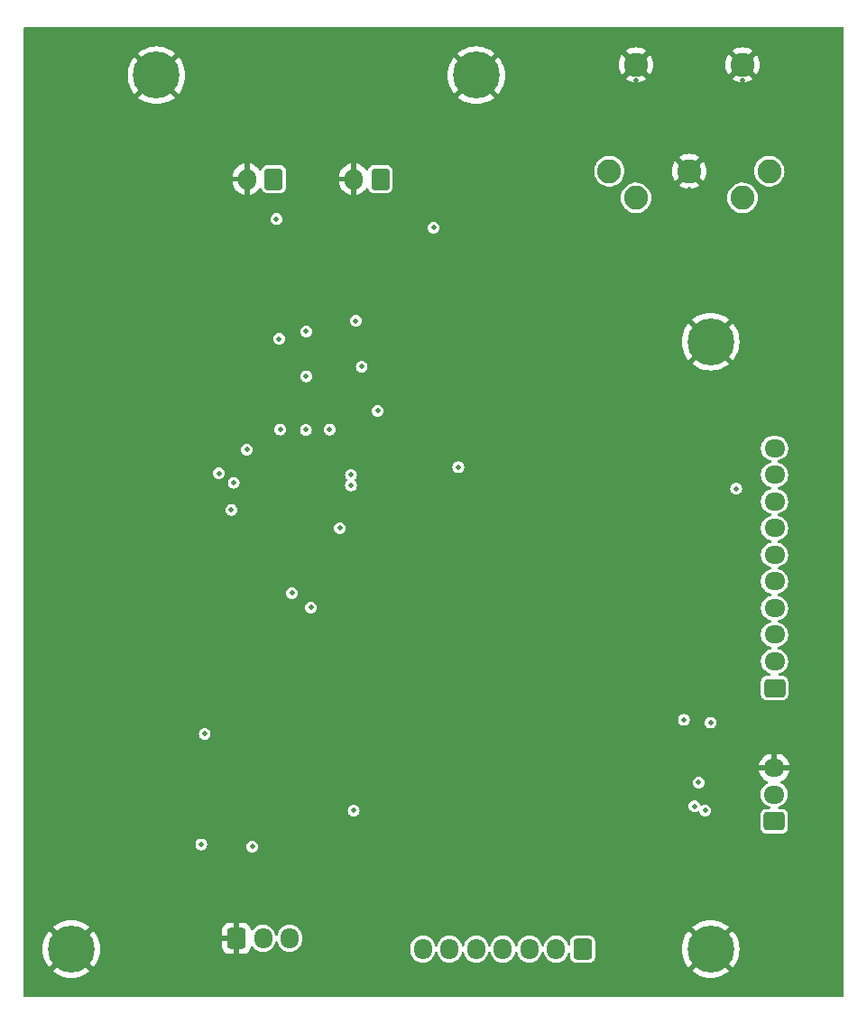
<source format=gbr>
%TF.GenerationSoftware,KiCad,Pcbnew,8.0.8*%
%TF.CreationDate,2025-04-28T15:07:46+02:00*%
%TF.ProjectId,PCB_V1,5043425f-5631-42e6-9b69-6361645f7063,rev?*%
%TF.SameCoordinates,Original*%
%TF.FileFunction,Copper,L2,Inr*%
%TF.FilePolarity,Positive*%
%FSLAX46Y46*%
G04 Gerber Fmt 4.6, Leading zero omitted, Abs format (unit mm)*
G04 Created by KiCad (PCBNEW 8.0.8) date 2025-04-28 15:07:46*
%MOMM*%
%LPD*%
G01*
G04 APERTURE LIST*
G04 Aperture macros list*
%AMRoundRect*
0 Rectangle with rounded corners*
0 $1 Rounding radius*
0 $2 $3 $4 $5 $6 $7 $8 $9 X,Y pos of 4 corners*
0 Add a 4 corners polygon primitive as box body*
4,1,4,$2,$3,$4,$5,$6,$7,$8,$9,$2,$3,0*
0 Add four circle primitives for the rounded corners*
1,1,$1+$1,$2,$3*
1,1,$1+$1,$4,$5*
1,1,$1+$1,$6,$7*
1,1,$1+$1,$8,$9*
0 Add four rect primitives between the rounded corners*
20,1,$1+$1,$2,$3,$4,$5,0*
20,1,$1+$1,$4,$5,$6,$7,0*
20,1,$1+$1,$6,$7,$8,$9,0*
20,1,$1+$1,$8,$9,$2,$3,0*%
G04 Aperture macros list end*
%TA.AperFunction,ComponentPad*%
%ADD10C,4.400000*%
%TD*%
%TA.AperFunction,ComponentPad*%
%ADD11C,2.250000*%
%TD*%
%TA.AperFunction,ComponentPad*%
%ADD12RoundRect,0.250000X0.600000X0.750000X-0.600000X0.750000X-0.600000X-0.750000X0.600000X-0.750000X0*%
%TD*%
%TA.AperFunction,ComponentPad*%
%ADD13O,1.700000X2.000000*%
%TD*%
%TA.AperFunction,ComponentPad*%
%ADD14RoundRect,0.250000X0.600000X0.725000X-0.600000X0.725000X-0.600000X-0.725000X0.600000X-0.725000X0*%
%TD*%
%TA.AperFunction,ComponentPad*%
%ADD15O,1.700000X1.950000*%
%TD*%
%TA.AperFunction,ComponentPad*%
%ADD16RoundRect,0.250000X0.725000X-0.600000X0.725000X0.600000X-0.725000X0.600000X-0.725000X-0.600000X0*%
%TD*%
%TA.AperFunction,ComponentPad*%
%ADD17O,1.950000X1.700000*%
%TD*%
%TA.AperFunction,ComponentPad*%
%ADD18RoundRect,0.250000X-0.600000X-0.725000X0.600000X-0.725000X0.600000X0.725000X-0.600000X0.725000X0*%
%TD*%
%TA.AperFunction,ViaPad*%
%ADD19C,0.500000*%
%TD*%
G04 APERTURE END LIST*
D10*
%TO.N,GND*%
%TO.C,H3*%
X88000000Y-49000000D03*
%TD*%
D11*
%TO.N,unconnected-(J8-Pad1)*%
%TO.C,J8*%
X100500000Y-58000000D03*
%TO.N,GND*%
X108000000Y-58000000D03*
%TO.N,unconnected-(J8-Pad3)*%
X115500000Y-58000000D03*
%TO.N,Net-(JP1-A)*%
X103000000Y-60500000D03*
%TO.N,Net-(JP2-B)*%
X113000000Y-60500000D03*
%TO.N,GND*%
X103000000Y-48000000D03*
X113000000Y-48000000D03*
%TD*%
D12*
%TO.N,+5V*%
%TO.C,J4*%
X79000000Y-58750000D03*
D13*
%TO.N,GND*%
X76500000Y-58750000D03*
%TD*%
D10*
%TO.N,GND*%
%TO.C,H4*%
X110000000Y-131000000D03*
%TD*%
%TO.N,GND*%
%TO.C,H1*%
X58000000Y-49000000D03*
%TD*%
D12*
%TO.N,USART_TX*%
%TO.C,J5*%
X69000000Y-58750000D03*
D13*
%TO.N,GND*%
X66500000Y-58750000D03*
%TD*%
D14*
%TO.N,LED_COM0*%
%TO.C,J7*%
X98000000Y-131000000D03*
D15*
%TO.N,LED_COM1*%
X95500000Y-131000000D03*
%TO.N,LED8*%
X93000000Y-131000000D03*
%TO.N,LED9*%
X90500000Y-131000000D03*
%TO.N,LED10*%
X88000000Y-131000000D03*
%TO.N,LED11*%
X85500000Y-131000000D03*
%TO.N,LED12*%
X83000000Y-131000000D03*
%TD*%
D16*
%TO.N,SW_UP*%
%TO.C,J1*%
X115975000Y-119000000D03*
D17*
%TO.N,SW_DOWN*%
X115975000Y-116500000D03*
%TO.N,GND*%
X115975000Y-114000000D03*
%TD*%
D10*
%TO.N,GND*%
%TO.C,H5*%
X110000000Y-74000000D03*
%TD*%
D16*
%TO.N,LED_COM0*%
%TO.C,J8_afficheur1*%
X116000000Y-106500000D03*
D17*
%TO.N,LED_COM1*%
X116000000Y-104000000D03*
%TO.N,LED0_SEG*%
X116000000Y-101500000D03*
%TO.N,LED1_SEG*%
X116000000Y-99000000D03*
%TO.N,LED2_SEG*%
X116000000Y-96500000D03*
%TO.N,LED3_SEG*%
X116000000Y-94000000D03*
%TO.N,LED4_SEG*%
X116000000Y-91500000D03*
%TO.N,LED5_SEG*%
X116000000Y-89000000D03*
%TO.N,LED6_SEG*%
X116000000Y-86500000D03*
%TO.N,LED7_SEG*%
X116000000Y-84000000D03*
%TD*%
D10*
%TO.N,GND*%
%TO.C,H2*%
X50000000Y-131000000D03*
%TD*%
D18*
%TO.N,GND*%
%TO.C,J2*%
X65500000Y-130000000D03*
D15*
%TO.N,Net-(J2-Pin_2)*%
X68000000Y-130000000D03*
%TO.N,Net-(J2-Pin_3)*%
X70500000Y-130000000D03*
%TD*%
D19*
%TO.N,GND*%
X103000000Y-49500000D03*
X74535589Y-92179411D03*
X72025000Y-93190000D03*
X68750000Y-75500000D03*
X68750000Y-79500000D03*
X65400000Y-128400000D03*
X65400000Y-121400000D03*
X66500000Y-60250000D03*
X86225000Y-80590000D03*
X77912500Y-64112500D03*
X76500000Y-60250000D03*
X66400000Y-118600000D03*
X86625000Y-83790000D03*
X83875000Y-64875000D03*
X114400000Y-114000000D03*
X108000000Y-59750000D03*
X67164411Y-83450589D03*
X113000000Y-49500000D03*
%TO.N,+3.3VA*%
X67000000Y-121400000D03*
X76500000Y-118000000D03*
X62520000Y-110800000D03*
X62200000Y-121200000D03*
X72500000Y-98950000D03*
%TO.N,+3.3V*%
X75214411Y-91500589D03*
X72050000Y-73050000D03*
X108490000Y-117600000D03*
X86325000Y-85790000D03*
X72050000Y-77250000D03*
X66485589Y-84129411D03*
X70725000Y-97590000D03*
X84000000Y-63300000D03*
X69500000Y-73750000D03*
%TO.N,RESET*%
X65250000Y-87250000D03*
X78750000Y-80500000D03*
%TO.N,USART_TX*%
X69250000Y-62500000D03*
X65025000Y-89790000D03*
%TO.N,LED_COM0*%
X110000000Y-109750000D03*
X76700000Y-72050000D03*
%TO.N,LED_COM1*%
X107500000Y-109500000D03*
X77250000Y-76350000D03*
%TO.N,SW_DOWN*%
X108875000Y-115375000D03*
X76250000Y-87500000D03*
%TO.N,SW_UP*%
X109500000Y-118000000D03*
X76250000Y-86500000D03*
%TO.N,LED10*%
X72025000Y-82275000D03*
%TO.N,LED9*%
X74250000Y-82250000D03*
%TO.N,LED11*%
X69625000Y-82250000D03*
%TO.N,LED12*%
X63850000Y-86350000D03*
%TO.N,LED7_SEG*%
X112400000Y-87800000D03*
%TD*%
%TA.AperFunction,Conductor*%
%TO.N,GND*%
G36*
X122442539Y-44520185D02*
G01*
X122488294Y-44572989D01*
X122499500Y-44624500D01*
X122499500Y-135375500D01*
X122479815Y-135442539D01*
X122427011Y-135488294D01*
X122375500Y-135499500D01*
X45624500Y-135499500D01*
X45557461Y-135479815D01*
X45511706Y-135427011D01*
X45500500Y-135375500D01*
X45500500Y-131000000D01*
X47295065Y-131000000D01*
X47314786Y-131326038D01*
X47373667Y-131647341D01*
X47470835Y-131959164D01*
X47470839Y-131959175D01*
X47604897Y-132257041D01*
X47604898Y-132257043D01*
X47773881Y-132536576D01*
X47921476Y-132724968D01*
X48420079Y-132226365D01*
X48493094Y-132321521D01*
X48678479Y-132506906D01*
X48773632Y-132579919D01*
X48275030Y-133078522D01*
X48275030Y-133078523D01*
X48463423Y-133226118D01*
X48742956Y-133395101D01*
X48742958Y-133395102D01*
X49040824Y-133529160D01*
X49040835Y-133529164D01*
X49352658Y-133626332D01*
X49673961Y-133685213D01*
X50000000Y-133704934D01*
X50326038Y-133685213D01*
X50647341Y-133626332D01*
X50959164Y-133529164D01*
X50959175Y-133529160D01*
X51257041Y-133395102D01*
X51257043Y-133395101D01*
X51536586Y-133226112D01*
X51724968Y-133078523D01*
X51724968Y-133078522D01*
X51226366Y-132579920D01*
X51321521Y-132506906D01*
X51506906Y-132321521D01*
X51579920Y-132226366D01*
X52078522Y-132724968D01*
X52078523Y-132724968D01*
X52226112Y-132536586D01*
X52395101Y-132257043D01*
X52395102Y-132257041D01*
X52529160Y-131959175D01*
X52529164Y-131959164D01*
X52626332Y-131647341D01*
X52685213Y-131326038D01*
X52704934Y-131000000D01*
X52685213Y-130673961D01*
X52626332Y-130352658D01*
X52529164Y-130040835D01*
X52529160Y-130040824D01*
X52395102Y-129742958D01*
X52395101Y-129742956D01*
X52226118Y-129463423D01*
X52078522Y-129275030D01*
X51579919Y-129773632D01*
X51506906Y-129678479D01*
X51321521Y-129493094D01*
X51226365Y-129420079D01*
X51421431Y-129225013D01*
X64150000Y-129225013D01*
X64150000Y-129750000D01*
X65095854Y-129750000D01*
X65057370Y-129816657D01*
X65025000Y-129937465D01*
X65025000Y-130062535D01*
X65057370Y-130183343D01*
X65095854Y-130250000D01*
X64150001Y-130250000D01*
X64150001Y-130774986D01*
X64160494Y-130877697D01*
X64215641Y-131044119D01*
X64215643Y-131044124D01*
X64307684Y-131193345D01*
X64431654Y-131317315D01*
X64580875Y-131409356D01*
X64580880Y-131409358D01*
X64747302Y-131464505D01*
X64747309Y-131464506D01*
X64850019Y-131474999D01*
X65249999Y-131474999D01*
X65250000Y-131474998D01*
X65250000Y-130404145D01*
X65316657Y-130442630D01*
X65437465Y-130475000D01*
X65562535Y-130475000D01*
X65683343Y-130442630D01*
X65750000Y-130404145D01*
X65750000Y-131474999D01*
X66149972Y-131474999D01*
X66149986Y-131474998D01*
X66252697Y-131464505D01*
X66419119Y-131409358D01*
X66419124Y-131409356D01*
X66568345Y-131317315D01*
X66692315Y-131193345D01*
X66784356Y-131044124D01*
X66784358Y-131044119D01*
X66839505Y-130877697D01*
X66839506Y-130877689D01*
X66841699Y-130856231D01*
X66868095Y-130791539D01*
X66925276Y-130751388D01*
X66995087Y-130748524D01*
X67055363Y-130783858D01*
X67065376Y-130795949D01*
X67122443Y-130874497D01*
X67250500Y-131002554D01*
X67250505Y-131002558D01*
X67378287Y-131095396D01*
X67397006Y-131108996D01*
X67502484Y-131162740D01*
X67558360Y-131191211D01*
X67558363Y-131191212D01*
X67633258Y-131215546D01*
X67730591Y-131247171D01*
X67813429Y-131260291D01*
X67909449Y-131275500D01*
X67909454Y-131275500D01*
X68090551Y-131275500D01*
X68178775Y-131261526D01*
X68269409Y-131247171D01*
X68441639Y-131191211D01*
X68602994Y-131108996D01*
X68749501Y-131002553D01*
X68877553Y-130874501D01*
X68983996Y-130727994D01*
X69066211Y-130566639D01*
X69122171Y-130394409D01*
X69127527Y-130360594D01*
X69157456Y-130297459D01*
X69216768Y-130260528D01*
X69286630Y-130261526D01*
X69344863Y-130300136D01*
X69372473Y-130360594D01*
X69377829Y-130394410D01*
X69433787Y-130566636D01*
X69433788Y-130566639D01*
X69468684Y-130635124D01*
X69503034Y-130702540D01*
X69516006Y-130727997D01*
X69622441Y-130874494D01*
X69622445Y-130874499D01*
X69750500Y-131002554D01*
X69750505Y-131002558D01*
X69878287Y-131095396D01*
X69897006Y-131108996D01*
X70002484Y-131162740D01*
X70058360Y-131191211D01*
X70058363Y-131191212D01*
X70133258Y-131215546D01*
X70230591Y-131247171D01*
X70313429Y-131260291D01*
X70409449Y-131275500D01*
X70409454Y-131275500D01*
X70590551Y-131275500D01*
X70678775Y-131261526D01*
X70769409Y-131247171D01*
X70941639Y-131191211D01*
X71102994Y-131108996D01*
X71249501Y-131002553D01*
X71377553Y-130874501D01*
X71442980Y-130784448D01*
X81849500Y-130784448D01*
X81849500Y-131215551D01*
X81877829Y-131394410D01*
X81933787Y-131566636D01*
X81933788Y-131566639D01*
X82016006Y-131727997D01*
X82122441Y-131874494D01*
X82122445Y-131874499D01*
X82250500Y-132002554D01*
X82250505Y-132002558D01*
X82378287Y-132095396D01*
X82397006Y-132108996D01*
X82502484Y-132162740D01*
X82558360Y-132191211D01*
X82558363Y-132191212D01*
X82644476Y-132219191D01*
X82730591Y-132247171D01*
X82813429Y-132260291D01*
X82909449Y-132275500D01*
X82909454Y-132275500D01*
X83090551Y-132275500D01*
X83177259Y-132261765D01*
X83269409Y-132247171D01*
X83441639Y-132191211D01*
X83602994Y-132108996D01*
X83749501Y-132002553D01*
X83877553Y-131874501D01*
X83983996Y-131727994D01*
X84066211Y-131566639D01*
X84122171Y-131394409D01*
X84127527Y-131360594D01*
X84157456Y-131297459D01*
X84216768Y-131260528D01*
X84286630Y-131261526D01*
X84344863Y-131300136D01*
X84372473Y-131360594D01*
X84377829Y-131394410D01*
X84433787Y-131566636D01*
X84433788Y-131566639D01*
X84516006Y-131727997D01*
X84622441Y-131874494D01*
X84622445Y-131874499D01*
X84750500Y-132002554D01*
X84750505Y-132002558D01*
X84878287Y-132095396D01*
X84897006Y-132108996D01*
X85002484Y-132162740D01*
X85058360Y-132191211D01*
X85058363Y-132191212D01*
X85144476Y-132219191D01*
X85230591Y-132247171D01*
X85313429Y-132260291D01*
X85409449Y-132275500D01*
X85409454Y-132275500D01*
X85590551Y-132275500D01*
X85677259Y-132261765D01*
X85769409Y-132247171D01*
X85941639Y-132191211D01*
X86102994Y-132108996D01*
X86249501Y-132002553D01*
X86377553Y-131874501D01*
X86483996Y-131727994D01*
X86566211Y-131566639D01*
X86622171Y-131394409D01*
X86627527Y-131360594D01*
X86657456Y-131297459D01*
X86716768Y-131260528D01*
X86786630Y-131261526D01*
X86844863Y-131300136D01*
X86872473Y-131360594D01*
X86877829Y-131394410D01*
X86933787Y-131566636D01*
X86933788Y-131566639D01*
X87016006Y-131727997D01*
X87122441Y-131874494D01*
X87122445Y-131874499D01*
X87250500Y-132002554D01*
X87250505Y-132002558D01*
X87378287Y-132095396D01*
X87397006Y-132108996D01*
X87502484Y-132162740D01*
X87558360Y-132191211D01*
X87558363Y-132191212D01*
X87644476Y-132219191D01*
X87730591Y-132247171D01*
X87813429Y-132260291D01*
X87909449Y-132275500D01*
X87909454Y-132275500D01*
X88090551Y-132275500D01*
X88177259Y-132261765D01*
X88269409Y-132247171D01*
X88441639Y-132191211D01*
X88602994Y-132108996D01*
X88749501Y-132002553D01*
X88877553Y-131874501D01*
X88983996Y-131727994D01*
X89066211Y-131566639D01*
X89122171Y-131394409D01*
X89127527Y-131360594D01*
X89157456Y-131297459D01*
X89216768Y-131260528D01*
X89286630Y-131261526D01*
X89344863Y-131300136D01*
X89372473Y-131360594D01*
X89377829Y-131394410D01*
X89433787Y-131566636D01*
X89433788Y-131566639D01*
X89516006Y-131727997D01*
X89622441Y-131874494D01*
X89622445Y-131874499D01*
X89750500Y-132002554D01*
X89750505Y-132002558D01*
X89878287Y-132095396D01*
X89897006Y-132108996D01*
X90002484Y-132162740D01*
X90058360Y-132191211D01*
X90058363Y-132191212D01*
X90144476Y-132219191D01*
X90230591Y-132247171D01*
X90313429Y-132260291D01*
X90409449Y-132275500D01*
X90409454Y-132275500D01*
X90590551Y-132275500D01*
X90677259Y-132261765D01*
X90769409Y-132247171D01*
X90941639Y-132191211D01*
X91102994Y-132108996D01*
X91249501Y-132002553D01*
X91377553Y-131874501D01*
X91483996Y-131727994D01*
X91566211Y-131566639D01*
X91622171Y-131394409D01*
X91627527Y-131360594D01*
X91657456Y-131297459D01*
X91716768Y-131260528D01*
X91786630Y-131261526D01*
X91844863Y-131300136D01*
X91872473Y-131360594D01*
X91877829Y-131394410D01*
X91933787Y-131566636D01*
X91933788Y-131566639D01*
X92016006Y-131727997D01*
X92122441Y-131874494D01*
X92122445Y-131874499D01*
X92250500Y-132002554D01*
X92250505Y-132002558D01*
X92378287Y-132095396D01*
X92397006Y-132108996D01*
X92502484Y-132162740D01*
X92558360Y-132191211D01*
X92558363Y-132191212D01*
X92644476Y-132219191D01*
X92730591Y-132247171D01*
X92813429Y-132260291D01*
X92909449Y-132275500D01*
X92909454Y-132275500D01*
X93090551Y-132275500D01*
X93177259Y-132261765D01*
X93269409Y-132247171D01*
X93441639Y-132191211D01*
X93602994Y-132108996D01*
X93749501Y-132002553D01*
X93877553Y-131874501D01*
X93983996Y-131727994D01*
X94066211Y-131566639D01*
X94122171Y-131394409D01*
X94127527Y-131360594D01*
X94157456Y-131297459D01*
X94216768Y-131260528D01*
X94286630Y-131261526D01*
X94344863Y-131300136D01*
X94372473Y-131360594D01*
X94377829Y-131394410D01*
X94433787Y-131566636D01*
X94433788Y-131566639D01*
X94516006Y-131727997D01*
X94622441Y-131874494D01*
X94622445Y-131874499D01*
X94750500Y-132002554D01*
X94750505Y-132002558D01*
X94878287Y-132095396D01*
X94897006Y-132108996D01*
X95002484Y-132162740D01*
X95058360Y-132191211D01*
X95058363Y-132191212D01*
X95144476Y-132219191D01*
X95230591Y-132247171D01*
X95313429Y-132260291D01*
X95409449Y-132275500D01*
X95409454Y-132275500D01*
X95590551Y-132275500D01*
X95677259Y-132261765D01*
X95769409Y-132247171D01*
X95941639Y-132191211D01*
X96102994Y-132108996D01*
X96249501Y-132002553D01*
X96377553Y-131874501D01*
X96483996Y-131727994D01*
X96566211Y-131566639D01*
X96595986Y-131474999D01*
X96607569Y-131439351D01*
X96647006Y-131381676D01*
X96711364Y-131354477D01*
X96780211Y-131366391D01*
X96831687Y-131413635D01*
X96849500Y-131477669D01*
X96849500Y-131768102D01*
X96855126Y-131814954D01*
X96860122Y-131856561D01*
X96860122Y-131856563D01*
X96860123Y-131856564D01*
X96877722Y-131901192D01*
X96915639Y-131997343D01*
X97007077Y-132117922D01*
X97127656Y-132209360D01*
X97127657Y-132209360D01*
X97127658Y-132209361D01*
X97268436Y-132264877D01*
X97356898Y-132275500D01*
X97356903Y-132275500D01*
X98643097Y-132275500D01*
X98643102Y-132275500D01*
X98731564Y-132264877D01*
X98872342Y-132209361D01*
X98992922Y-132117922D01*
X99084361Y-131997342D01*
X99139877Y-131856564D01*
X99150500Y-131768102D01*
X99150500Y-131000000D01*
X107295065Y-131000000D01*
X107314786Y-131326038D01*
X107373667Y-131647341D01*
X107470835Y-131959164D01*
X107470839Y-131959175D01*
X107604897Y-132257041D01*
X107604898Y-132257043D01*
X107773881Y-132536576D01*
X107921476Y-132724968D01*
X108420079Y-132226365D01*
X108493094Y-132321521D01*
X108678479Y-132506906D01*
X108773632Y-132579919D01*
X108275030Y-133078522D01*
X108275030Y-133078523D01*
X108463423Y-133226118D01*
X108742956Y-133395101D01*
X108742958Y-133395102D01*
X109040824Y-133529160D01*
X109040835Y-133529164D01*
X109352658Y-133626332D01*
X109673961Y-133685213D01*
X110000000Y-133704934D01*
X110326038Y-133685213D01*
X110647341Y-133626332D01*
X110959164Y-133529164D01*
X110959175Y-133529160D01*
X111257041Y-133395102D01*
X111257043Y-133395101D01*
X111536586Y-133226112D01*
X111724968Y-133078523D01*
X111724968Y-133078522D01*
X111226366Y-132579920D01*
X111321521Y-132506906D01*
X111506906Y-132321521D01*
X111579920Y-132226366D01*
X112078522Y-132724968D01*
X112078523Y-132724968D01*
X112226112Y-132536586D01*
X112395101Y-132257043D01*
X112395102Y-132257041D01*
X112529160Y-131959175D01*
X112529164Y-131959164D01*
X112626332Y-131647341D01*
X112685213Y-131326038D01*
X112704934Y-131000000D01*
X112685213Y-130673961D01*
X112626332Y-130352658D01*
X112529164Y-130040835D01*
X112529160Y-130040824D01*
X112395102Y-129742958D01*
X112395101Y-129742956D01*
X112226118Y-129463423D01*
X112078522Y-129275030D01*
X111579919Y-129773632D01*
X111506906Y-129678479D01*
X111321521Y-129493094D01*
X111226365Y-129420079D01*
X111724968Y-128921476D01*
X111536576Y-128773881D01*
X111257043Y-128604898D01*
X111257041Y-128604897D01*
X110959175Y-128470839D01*
X110959164Y-128470835D01*
X110647341Y-128373667D01*
X110326038Y-128314786D01*
X110000000Y-128295065D01*
X109673961Y-128314786D01*
X109352658Y-128373667D01*
X109040835Y-128470835D01*
X109040824Y-128470839D01*
X108742958Y-128604897D01*
X108742956Y-128604898D01*
X108463422Y-128773881D01*
X108463416Y-128773886D01*
X108275030Y-128921474D01*
X108275029Y-128921476D01*
X108773633Y-129420079D01*
X108678479Y-129493094D01*
X108493094Y-129678479D01*
X108420080Y-129773633D01*
X107921476Y-129275029D01*
X107921474Y-129275030D01*
X107773886Y-129463416D01*
X107773881Y-129463422D01*
X107604898Y-129742956D01*
X107604897Y-129742958D01*
X107470839Y-130040824D01*
X107470835Y-130040835D01*
X107373667Y-130352658D01*
X107314786Y-130673961D01*
X107295065Y-131000000D01*
X99150500Y-131000000D01*
X99150500Y-130231898D01*
X99139877Y-130143436D01*
X99084361Y-130002658D01*
X99084360Y-130002657D01*
X99084360Y-130002656D01*
X98992922Y-129882077D01*
X98872343Y-129790639D01*
X98751427Y-129742956D01*
X98731564Y-129735123D01*
X98731563Y-129735122D01*
X98731561Y-129735122D01*
X98685926Y-129729642D01*
X98643102Y-129724500D01*
X97356898Y-129724500D01*
X97317853Y-129729188D01*
X97268438Y-129735122D01*
X97127656Y-129790639D01*
X97007077Y-129882077D01*
X96915639Y-130002656D01*
X96860122Y-130143438D01*
X96855331Y-130183343D01*
X96849500Y-130231898D01*
X96849500Y-130231903D01*
X96849500Y-130522330D01*
X96829815Y-130589369D01*
X96777011Y-130635124D01*
X96707853Y-130645068D01*
X96644297Y-130616043D01*
X96607569Y-130560648D01*
X96566212Y-130433363D01*
X96566211Y-130433360D01*
X96526662Y-130355742D01*
X96483996Y-130272006D01*
X96419579Y-130183343D01*
X96377558Y-130125505D01*
X96377554Y-130125500D01*
X96249499Y-129997445D01*
X96249494Y-129997441D01*
X96102997Y-129891006D01*
X96102996Y-129891005D01*
X96102994Y-129891004D01*
X96051300Y-129864664D01*
X95941639Y-129808788D01*
X95941636Y-129808787D01*
X95769410Y-129752829D01*
X95590551Y-129724500D01*
X95590546Y-129724500D01*
X95409454Y-129724500D01*
X95409449Y-129724500D01*
X95230589Y-129752829D01*
X95058363Y-129808787D01*
X95058360Y-129808788D01*
X94897002Y-129891006D01*
X94750505Y-129997441D01*
X94750500Y-129997445D01*
X94622445Y-130125500D01*
X94622441Y-130125505D01*
X94516006Y-130272002D01*
X94433788Y-130433360D01*
X94433787Y-130433363D01*
X94377829Y-130605589D01*
X94372473Y-130639406D01*
X94342543Y-130702540D01*
X94283232Y-130739471D01*
X94213369Y-130738473D01*
X94155137Y-130699863D01*
X94127527Y-130639406D01*
X94123826Y-130616043D01*
X94122171Y-130605591D01*
X94066211Y-130433361D01*
X94066211Y-130433360D01*
X94026662Y-130355742D01*
X93983996Y-130272006D01*
X93919579Y-130183343D01*
X93877558Y-130125505D01*
X93877554Y-130125500D01*
X93749499Y-129997445D01*
X93749494Y-129997441D01*
X93602997Y-129891006D01*
X93602996Y-129891005D01*
X93602994Y-129891004D01*
X93551300Y-129864664D01*
X93441639Y-129808788D01*
X93441636Y-129808787D01*
X93269410Y-129752829D01*
X93090551Y-129724500D01*
X93090546Y-129724500D01*
X92909454Y-129724500D01*
X92909449Y-129724500D01*
X92730589Y-129752829D01*
X92558363Y-129808787D01*
X92558360Y-129808788D01*
X92397002Y-129891006D01*
X92250505Y-129997441D01*
X92250500Y-129997445D01*
X92122445Y-130125500D01*
X92122441Y-130125505D01*
X92016006Y-130272002D01*
X91933788Y-130433360D01*
X91933787Y-130433363D01*
X91877829Y-130605589D01*
X91872473Y-130639406D01*
X91842543Y-130702540D01*
X91783232Y-130739471D01*
X91713369Y-130738473D01*
X91655137Y-130699863D01*
X91627527Y-130639406D01*
X91623826Y-130616043D01*
X91622171Y-130605591D01*
X91566211Y-130433361D01*
X91566211Y-130433360D01*
X91526662Y-130355742D01*
X91483996Y-130272006D01*
X91419579Y-130183343D01*
X91377558Y-130125505D01*
X91377554Y-130125500D01*
X91249499Y-129997445D01*
X91249494Y-129997441D01*
X91102997Y-129891006D01*
X91102996Y-129891005D01*
X91102994Y-129891004D01*
X91051300Y-129864664D01*
X90941639Y-129808788D01*
X90941636Y-129808787D01*
X90769410Y-129752829D01*
X90590551Y-129724500D01*
X90590546Y-129724500D01*
X90409454Y-129724500D01*
X90409449Y-129724500D01*
X90230589Y-129752829D01*
X90058363Y-129808787D01*
X90058360Y-129808788D01*
X89897002Y-129891006D01*
X89750505Y-129997441D01*
X89750500Y-129997445D01*
X89622445Y-130125500D01*
X89622441Y-130125505D01*
X89516006Y-130272002D01*
X89433788Y-130433360D01*
X89433787Y-130433363D01*
X89377829Y-130605589D01*
X89372473Y-130639406D01*
X89342543Y-130702540D01*
X89283232Y-130739471D01*
X89213369Y-130738473D01*
X89155137Y-130699863D01*
X89127527Y-130639406D01*
X89123826Y-130616043D01*
X89122171Y-130605591D01*
X89066211Y-130433361D01*
X89066211Y-130433360D01*
X89026662Y-130355742D01*
X88983996Y-130272006D01*
X88919579Y-130183343D01*
X88877558Y-130125505D01*
X88877554Y-130125500D01*
X88749499Y-129997445D01*
X88749494Y-129997441D01*
X88602997Y-129891006D01*
X88602996Y-129891005D01*
X88602994Y-129891004D01*
X88551300Y-129864664D01*
X88441639Y-129808788D01*
X88441636Y-129808787D01*
X88269410Y-129752829D01*
X88090551Y-129724500D01*
X88090546Y-129724500D01*
X87909454Y-129724500D01*
X87909449Y-129724500D01*
X87730589Y-129752829D01*
X87558363Y-129808787D01*
X87558360Y-129808788D01*
X87397002Y-129891006D01*
X87250505Y-129997441D01*
X87250500Y-129997445D01*
X87122445Y-130125500D01*
X87122441Y-130125505D01*
X87016006Y-130272002D01*
X86933788Y-130433360D01*
X86933787Y-130433363D01*
X86877829Y-130605589D01*
X86872473Y-130639406D01*
X86842543Y-130702540D01*
X86783232Y-130739471D01*
X86713369Y-130738473D01*
X86655137Y-130699863D01*
X86627527Y-130639406D01*
X86623826Y-130616043D01*
X86622171Y-130605591D01*
X86566211Y-130433361D01*
X86566211Y-130433360D01*
X86526662Y-130355742D01*
X86483996Y-130272006D01*
X86419579Y-130183343D01*
X86377558Y-130125505D01*
X86377554Y-130125500D01*
X86249499Y-129997445D01*
X86249494Y-129997441D01*
X86102997Y-129891006D01*
X86102996Y-129891005D01*
X86102994Y-129891004D01*
X86051300Y-129864664D01*
X85941639Y-129808788D01*
X85941636Y-129808787D01*
X85769410Y-129752829D01*
X85590551Y-129724500D01*
X85590546Y-129724500D01*
X85409454Y-129724500D01*
X85409449Y-129724500D01*
X85230589Y-129752829D01*
X85058363Y-129808787D01*
X85058360Y-129808788D01*
X84897002Y-129891006D01*
X84750505Y-129997441D01*
X84750500Y-129997445D01*
X84622445Y-130125500D01*
X84622441Y-130125505D01*
X84516006Y-130272002D01*
X84433788Y-130433360D01*
X84433787Y-130433363D01*
X84377829Y-130605589D01*
X84372473Y-130639406D01*
X84342543Y-130702540D01*
X84283232Y-130739471D01*
X84213369Y-130738473D01*
X84155137Y-130699863D01*
X84127527Y-130639406D01*
X84123826Y-130616043D01*
X84122171Y-130605591D01*
X84066211Y-130433361D01*
X84066211Y-130433360D01*
X84026662Y-130355742D01*
X83983996Y-130272006D01*
X83919579Y-130183343D01*
X83877558Y-130125505D01*
X83877554Y-130125500D01*
X83749499Y-129997445D01*
X83749494Y-129997441D01*
X83602997Y-129891006D01*
X83602996Y-129891005D01*
X83602994Y-129891004D01*
X83551300Y-129864664D01*
X83441639Y-129808788D01*
X83441636Y-129808787D01*
X83269410Y-129752829D01*
X83090551Y-129724500D01*
X83090546Y-129724500D01*
X82909454Y-129724500D01*
X82909449Y-129724500D01*
X82730589Y-129752829D01*
X82558363Y-129808787D01*
X82558360Y-129808788D01*
X82397002Y-129891006D01*
X82250505Y-129997441D01*
X82250500Y-129997445D01*
X82122445Y-130125500D01*
X82122441Y-130125505D01*
X82016006Y-130272002D01*
X81933788Y-130433360D01*
X81933787Y-130433363D01*
X81877829Y-130605589D01*
X81849500Y-130784448D01*
X71442980Y-130784448D01*
X71483996Y-130727994D01*
X71566211Y-130566639D01*
X71622171Y-130394409D01*
X71641558Y-130272006D01*
X71650500Y-130215551D01*
X71650500Y-129784448D01*
X71633715Y-129678479D01*
X71622171Y-129605591D01*
X71575978Y-129463422D01*
X71566212Y-129433363D01*
X71566211Y-129433360D01*
X71515325Y-129333493D01*
X71483996Y-129272006D01*
X71433429Y-129202406D01*
X71377558Y-129125505D01*
X71377554Y-129125500D01*
X71249499Y-128997445D01*
X71249494Y-128997441D01*
X71102997Y-128891006D01*
X71102996Y-128891005D01*
X71102994Y-128891004D01*
X71051300Y-128864664D01*
X70941639Y-128808788D01*
X70941636Y-128808787D01*
X70769410Y-128752829D01*
X70590551Y-128724500D01*
X70590546Y-128724500D01*
X70409454Y-128724500D01*
X70409449Y-128724500D01*
X70230589Y-128752829D01*
X70058363Y-128808787D01*
X70058360Y-128808788D01*
X69897002Y-128891006D01*
X69750505Y-128997441D01*
X69750500Y-128997445D01*
X69622445Y-129125500D01*
X69622441Y-129125505D01*
X69516006Y-129272002D01*
X69433788Y-129433360D01*
X69433787Y-129433363D01*
X69377829Y-129605589D01*
X69372473Y-129639406D01*
X69342543Y-129702540D01*
X69283232Y-129739471D01*
X69213369Y-129738473D01*
X69155137Y-129699863D01*
X69127527Y-129639406D01*
X69124438Y-129619905D01*
X69122171Y-129605591D01*
X69075978Y-129463422D01*
X69066212Y-129433363D01*
X69066211Y-129433360D01*
X69015325Y-129333493D01*
X68983996Y-129272006D01*
X68933429Y-129202406D01*
X68877558Y-129125505D01*
X68877554Y-129125500D01*
X68749499Y-128997445D01*
X68749494Y-128997441D01*
X68602997Y-128891006D01*
X68602996Y-128891005D01*
X68602994Y-128891004D01*
X68551300Y-128864664D01*
X68441639Y-128808788D01*
X68441636Y-128808787D01*
X68269410Y-128752829D01*
X68090551Y-128724500D01*
X68090546Y-128724500D01*
X67909454Y-128724500D01*
X67909449Y-128724500D01*
X67730589Y-128752829D01*
X67558363Y-128808787D01*
X67558360Y-128808788D01*
X67397002Y-128891006D01*
X67250505Y-128997441D01*
X67250500Y-128997445D01*
X67122445Y-129125500D01*
X67065374Y-129204052D01*
X67010044Y-129246717D01*
X66940430Y-129252696D01*
X66878635Y-129220090D01*
X66844278Y-129159251D01*
X66841698Y-129143765D01*
X66839506Y-129122303D01*
X66784358Y-128955880D01*
X66784356Y-128955875D01*
X66692315Y-128806654D01*
X66568345Y-128682684D01*
X66419124Y-128590643D01*
X66419119Y-128590641D01*
X66252697Y-128535494D01*
X66252690Y-128535493D01*
X66149986Y-128525000D01*
X65750000Y-128525000D01*
X65750000Y-129595854D01*
X65683343Y-129557370D01*
X65562535Y-129525000D01*
X65437465Y-129525000D01*
X65316657Y-129557370D01*
X65250000Y-129595854D01*
X65250000Y-128525000D01*
X64850028Y-128525000D01*
X64850012Y-128525001D01*
X64747302Y-128535494D01*
X64580880Y-128590641D01*
X64580875Y-128590643D01*
X64431654Y-128682684D01*
X64307684Y-128806654D01*
X64215643Y-128955875D01*
X64215641Y-128955880D01*
X64160494Y-129122302D01*
X64160493Y-129122309D01*
X64150000Y-129225013D01*
X51421431Y-129225013D01*
X51724968Y-128921476D01*
X51536576Y-128773881D01*
X51257043Y-128604898D01*
X51257041Y-128604897D01*
X50959175Y-128470839D01*
X50959164Y-128470835D01*
X50647341Y-128373667D01*
X50326038Y-128314786D01*
X50000000Y-128295065D01*
X49673961Y-128314786D01*
X49352658Y-128373667D01*
X49040835Y-128470835D01*
X49040824Y-128470839D01*
X48742958Y-128604897D01*
X48742956Y-128604898D01*
X48463422Y-128773881D01*
X48463416Y-128773886D01*
X48275030Y-128921474D01*
X48275029Y-128921476D01*
X48773633Y-129420079D01*
X48678479Y-129493094D01*
X48493094Y-129678479D01*
X48420080Y-129773633D01*
X47921476Y-129275029D01*
X47921474Y-129275030D01*
X47773886Y-129463416D01*
X47773881Y-129463422D01*
X47604898Y-129742956D01*
X47604897Y-129742958D01*
X47470839Y-130040824D01*
X47470835Y-130040835D01*
X47373667Y-130352658D01*
X47314786Y-130673961D01*
X47295065Y-131000000D01*
X45500500Y-131000000D01*
X45500500Y-121200000D01*
X61644750Y-121200000D01*
X61652160Y-121256287D01*
X61663670Y-121343708D01*
X61663671Y-121343712D01*
X61719137Y-121477622D01*
X61719138Y-121477624D01*
X61719139Y-121477625D01*
X61807379Y-121592621D01*
X61922375Y-121680861D01*
X62056291Y-121736330D01*
X62183280Y-121753048D01*
X62199999Y-121755250D01*
X62200000Y-121755250D01*
X62200001Y-121755250D01*
X62214977Y-121753278D01*
X62343709Y-121736330D01*
X62477625Y-121680861D01*
X62592621Y-121592621D01*
X62680861Y-121477625D01*
X62713014Y-121399999D01*
X66444750Y-121399999D01*
X66444750Y-121400000D01*
X66463670Y-121543708D01*
X66463671Y-121543712D01*
X66519137Y-121677622D01*
X66519138Y-121677624D01*
X66519139Y-121677625D01*
X66607379Y-121792621D01*
X66722375Y-121880861D01*
X66856291Y-121936330D01*
X66983280Y-121953048D01*
X66999999Y-121955250D01*
X67000000Y-121955250D01*
X67000001Y-121955250D01*
X67014977Y-121953278D01*
X67143709Y-121936330D01*
X67277625Y-121880861D01*
X67392621Y-121792621D01*
X67480861Y-121677625D01*
X67536330Y-121543709D01*
X67555250Y-121400000D01*
X67536330Y-121256291D01*
X67480861Y-121122375D01*
X67392621Y-121007379D01*
X67277625Y-120919139D01*
X67277624Y-120919138D01*
X67277622Y-120919137D01*
X67143712Y-120863671D01*
X67143710Y-120863670D01*
X67143709Y-120863670D01*
X67071854Y-120854210D01*
X67000001Y-120844750D01*
X66999999Y-120844750D01*
X66856291Y-120863670D01*
X66856287Y-120863671D01*
X66722377Y-120919137D01*
X66607379Y-121007379D01*
X66519137Y-121122377D01*
X66463671Y-121256287D01*
X66463670Y-121256291D01*
X66444750Y-121399999D01*
X62713014Y-121399999D01*
X62736330Y-121343709D01*
X62755250Y-121200000D01*
X62736330Y-121056291D01*
X62680861Y-120922375D01*
X62592621Y-120807379D01*
X62477625Y-120719139D01*
X62477624Y-120719138D01*
X62477622Y-120719137D01*
X62343712Y-120663671D01*
X62343710Y-120663670D01*
X62343709Y-120663670D01*
X62271854Y-120654210D01*
X62200001Y-120644750D01*
X62199999Y-120644750D01*
X62056291Y-120663670D01*
X62056287Y-120663671D01*
X61922377Y-120719137D01*
X61807379Y-120807379D01*
X61719137Y-120922377D01*
X61663671Y-121056287D01*
X61663670Y-121056291D01*
X61644750Y-121200000D01*
X45500500Y-121200000D01*
X45500500Y-118000000D01*
X75944750Y-118000000D01*
X75962698Y-118136329D01*
X75963670Y-118143708D01*
X75963671Y-118143712D01*
X76019137Y-118277622D01*
X76019138Y-118277624D01*
X76019139Y-118277625D01*
X76107379Y-118392621D01*
X76222375Y-118480861D01*
X76356291Y-118536330D01*
X76483280Y-118553048D01*
X76499999Y-118555250D01*
X76500000Y-118555250D01*
X76500001Y-118555250D01*
X76514977Y-118553278D01*
X76643709Y-118536330D01*
X76777625Y-118480861D01*
X76892621Y-118392621D01*
X76980861Y-118277625D01*
X77036330Y-118143709D01*
X77055250Y-118000000D01*
X77036330Y-117856291D01*
X76980861Y-117722375D01*
X76892621Y-117607379D01*
X76883005Y-117600000D01*
X107934750Y-117600000D01*
X107935746Y-117607569D01*
X107953670Y-117743708D01*
X107953671Y-117743712D01*
X108009137Y-117877622D01*
X108009138Y-117877624D01*
X108009139Y-117877625D01*
X108097379Y-117992621D01*
X108212375Y-118080861D01*
X108346291Y-118136330D01*
X108473280Y-118153048D01*
X108489999Y-118155250D01*
X108490000Y-118155250D01*
X108490001Y-118155250D01*
X108504977Y-118153278D01*
X108633709Y-118136330D01*
X108767625Y-118080861D01*
X108769040Y-118079775D01*
X108770449Y-118079230D01*
X108774664Y-118076797D01*
X108775043Y-118077454D01*
X108834207Y-118054582D01*
X108902652Y-118068620D01*
X108952642Y-118117434D01*
X108960325Y-118136298D01*
X108960560Y-118136201D01*
X109019137Y-118277622D01*
X109019138Y-118277624D01*
X109019139Y-118277625D01*
X109107379Y-118392621D01*
X109222375Y-118480861D01*
X109356291Y-118536330D01*
X109483280Y-118553048D01*
X109499999Y-118555250D01*
X109500000Y-118555250D01*
X109500001Y-118555250D01*
X109514977Y-118553278D01*
X109643709Y-118536330D01*
X109777625Y-118480861D01*
X109892621Y-118392621D01*
X109980861Y-118277625D01*
X110036330Y-118143709D01*
X110055250Y-118000000D01*
X110036330Y-117856291D01*
X109980861Y-117722375D01*
X109892621Y-117607379D01*
X109777625Y-117519139D01*
X109777624Y-117519138D01*
X109777622Y-117519137D01*
X109643712Y-117463671D01*
X109643710Y-117463670D01*
X109643709Y-117463670D01*
X109571854Y-117454210D01*
X109500001Y-117444750D01*
X109499999Y-117444750D01*
X109356291Y-117463670D01*
X109356287Y-117463671D01*
X109222376Y-117519138D01*
X109222372Y-117519140D01*
X109220955Y-117520228D01*
X109219544Y-117520773D01*
X109215336Y-117523203D01*
X109214956Y-117522546D01*
X109155784Y-117545419D01*
X109087340Y-117531376D01*
X109037353Y-117482559D01*
X109029675Y-117463701D01*
X109029440Y-117463799D01*
X108970862Y-117322377D01*
X108970861Y-117322376D01*
X108970861Y-117322375D01*
X108882621Y-117207379D01*
X108767625Y-117119139D01*
X108767624Y-117119138D01*
X108767622Y-117119137D01*
X108633712Y-117063671D01*
X108633710Y-117063670D01*
X108633709Y-117063670D01*
X108561854Y-117054210D01*
X108490001Y-117044750D01*
X108489999Y-117044750D01*
X108346291Y-117063670D01*
X108346287Y-117063671D01*
X108212377Y-117119137D01*
X108097379Y-117207379D01*
X108009137Y-117322377D01*
X107953671Y-117456287D01*
X107953670Y-117456291D01*
X107934750Y-117600000D01*
X76883005Y-117600000D01*
X76777625Y-117519139D01*
X76777624Y-117519138D01*
X76777622Y-117519137D01*
X76643712Y-117463671D01*
X76643710Y-117463670D01*
X76643709Y-117463670D01*
X76571854Y-117454210D01*
X76500001Y-117444750D01*
X76499999Y-117444750D01*
X76356291Y-117463670D01*
X76356287Y-117463671D01*
X76222377Y-117519137D01*
X76107379Y-117607379D01*
X76019137Y-117722377D01*
X75963671Y-117856287D01*
X75963670Y-117856291D01*
X75945722Y-117992620D01*
X75944750Y-118000000D01*
X45500500Y-118000000D01*
X45500500Y-115374999D01*
X108319750Y-115374999D01*
X108319750Y-115375000D01*
X108338670Y-115518708D01*
X108338671Y-115518712D01*
X108394137Y-115652622D01*
X108394138Y-115652624D01*
X108394139Y-115652625D01*
X108482379Y-115767621D01*
X108597375Y-115855861D01*
X108731291Y-115911330D01*
X108858280Y-115928048D01*
X108874999Y-115930250D01*
X108875000Y-115930250D01*
X108875001Y-115930250D01*
X108889977Y-115928278D01*
X109018709Y-115911330D01*
X109152625Y-115855861D01*
X109267621Y-115767621D01*
X109355861Y-115652625D01*
X109411330Y-115518709D01*
X109430250Y-115375000D01*
X109411330Y-115231291D01*
X109355861Y-115097375D01*
X109267621Y-114982379D01*
X109152625Y-114894139D01*
X109152624Y-114894138D01*
X109152622Y-114894137D01*
X109018712Y-114838671D01*
X109018710Y-114838670D01*
X109018709Y-114838670D01*
X108946854Y-114829210D01*
X108875001Y-114819750D01*
X108874999Y-114819750D01*
X108731291Y-114838670D01*
X108731287Y-114838671D01*
X108597377Y-114894137D01*
X108482379Y-114982379D01*
X108394137Y-115097377D01*
X108338671Y-115231287D01*
X108338670Y-115231291D01*
X108319750Y-115374999D01*
X45500500Y-115374999D01*
X45500500Y-113750000D01*
X114522769Y-113750000D01*
X115570854Y-113750000D01*
X115532370Y-113816657D01*
X115500000Y-113937465D01*
X115500000Y-114062535D01*
X115532370Y-114183343D01*
X115570854Y-114250000D01*
X114522769Y-114250000D01*
X114533242Y-114316126D01*
X114533242Y-114316129D01*
X114598904Y-114518217D01*
X114695379Y-114707557D01*
X114820272Y-114879459D01*
X114820276Y-114879464D01*
X114970535Y-115029723D01*
X114970540Y-115029727D01*
X115142442Y-115154620D01*
X115332511Y-115251466D01*
X115383307Y-115299441D01*
X115400102Y-115367262D01*
X115377565Y-115433397D01*
X115332512Y-115472435D01*
X115247004Y-115516004D01*
X115100505Y-115622441D01*
X115100500Y-115622445D01*
X114972445Y-115750500D01*
X114972441Y-115750505D01*
X114866006Y-115897002D01*
X114783788Y-116058360D01*
X114783787Y-116058363D01*
X114727829Y-116230589D01*
X114699500Y-116409448D01*
X114699500Y-116590551D01*
X114727829Y-116769410D01*
X114783787Y-116941636D01*
X114783788Y-116941639D01*
X114866006Y-117102997D01*
X114972441Y-117249494D01*
X114972445Y-117249499D01*
X115100500Y-117377554D01*
X115100505Y-117377558D01*
X115219031Y-117463671D01*
X115247006Y-117483996D01*
X115323954Y-117523203D01*
X115408360Y-117566211D01*
X115408363Y-117566212D01*
X115535649Y-117607569D01*
X115593324Y-117647006D01*
X115620523Y-117711364D01*
X115608609Y-117780211D01*
X115561365Y-117831687D01*
X115497331Y-117849500D01*
X115206898Y-117849500D01*
X115167853Y-117854188D01*
X115118438Y-117860122D01*
X114977656Y-117915639D01*
X114857077Y-118007077D01*
X114765639Y-118127656D01*
X114710122Y-118268438D01*
X114704188Y-118317853D01*
X114699500Y-118356898D01*
X114699500Y-119643102D01*
X114705126Y-119689954D01*
X114710122Y-119731561D01*
X114765639Y-119872343D01*
X114857077Y-119992922D01*
X114977656Y-120084360D01*
X114977657Y-120084360D01*
X114977658Y-120084361D01*
X115118436Y-120139877D01*
X115206898Y-120150500D01*
X115206903Y-120150500D01*
X116743097Y-120150500D01*
X116743102Y-120150500D01*
X116831564Y-120139877D01*
X116972342Y-120084361D01*
X117092922Y-119992922D01*
X117184361Y-119872342D01*
X117239877Y-119731564D01*
X117250500Y-119643102D01*
X117250500Y-118356898D01*
X117239877Y-118268436D01*
X117184361Y-118127658D01*
X117184360Y-118127657D01*
X117184360Y-118127656D01*
X117092922Y-118007077D01*
X116972343Y-117915639D01*
X116831561Y-117860122D01*
X116785926Y-117854642D01*
X116743102Y-117849500D01*
X116452669Y-117849500D01*
X116385630Y-117829815D01*
X116339875Y-117777011D01*
X116329931Y-117707853D01*
X116358956Y-117644297D01*
X116414351Y-117607569D01*
X116541636Y-117566212D01*
X116541639Y-117566211D01*
X116582445Y-117545419D01*
X116702994Y-117483996D01*
X116849501Y-117377553D01*
X116977553Y-117249501D01*
X117083996Y-117102994D01*
X117166211Y-116941639D01*
X117222171Y-116769409D01*
X117236765Y-116677259D01*
X117250500Y-116590551D01*
X117250500Y-116409448D01*
X117234019Y-116305397D01*
X117222171Y-116230591D01*
X117166211Y-116058361D01*
X117166211Y-116058360D01*
X117137740Y-116002484D01*
X117083996Y-115897006D01*
X116989993Y-115767621D01*
X116977558Y-115750505D01*
X116977554Y-115750500D01*
X116849499Y-115622445D01*
X116849494Y-115622441D01*
X116702993Y-115516003D01*
X116702992Y-115516002D01*
X116617488Y-115472435D01*
X116566692Y-115424461D01*
X116549897Y-115356640D01*
X116572435Y-115290505D01*
X116617488Y-115251466D01*
X116807558Y-115154620D01*
X116979459Y-115029727D01*
X116979464Y-115029723D01*
X117129723Y-114879464D01*
X117129727Y-114879459D01*
X117254620Y-114707557D01*
X117351095Y-114518217D01*
X117416757Y-114316129D01*
X117416757Y-114316126D01*
X117427231Y-114250000D01*
X116379146Y-114250000D01*
X116417630Y-114183343D01*
X116450000Y-114062535D01*
X116450000Y-113937465D01*
X116417630Y-113816657D01*
X116379146Y-113750000D01*
X117427231Y-113750000D01*
X117416757Y-113683873D01*
X117416757Y-113683870D01*
X117351095Y-113481782D01*
X117254620Y-113292442D01*
X117129727Y-113120540D01*
X117129723Y-113120535D01*
X116979464Y-112970276D01*
X116979459Y-112970272D01*
X116807557Y-112845379D01*
X116618217Y-112748904D01*
X116416128Y-112683242D01*
X116225000Y-112652969D01*
X116225000Y-113595854D01*
X116158343Y-113557370D01*
X116037535Y-113525000D01*
X115912465Y-113525000D01*
X115791657Y-113557370D01*
X115725000Y-113595854D01*
X115725000Y-112652969D01*
X115533872Y-112683242D01*
X115533869Y-112683242D01*
X115331782Y-112748904D01*
X115142442Y-112845379D01*
X114970540Y-112970272D01*
X114970535Y-112970276D01*
X114820276Y-113120535D01*
X114820272Y-113120540D01*
X114695379Y-113292442D01*
X114598904Y-113481782D01*
X114533242Y-113683870D01*
X114533242Y-113683873D01*
X114522769Y-113750000D01*
X45500500Y-113750000D01*
X45500500Y-110799999D01*
X61964750Y-110799999D01*
X61964750Y-110800000D01*
X61983670Y-110943708D01*
X61983671Y-110943712D01*
X62039137Y-111077622D01*
X62039138Y-111077624D01*
X62039139Y-111077625D01*
X62127379Y-111192621D01*
X62242375Y-111280861D01*
X62376291Y-111336330D01*
X62503280Y-111353048D01*
X62519999Y-111355250D01*
X62520000Y-111355250D01*
X62520001Y-111355250D01*
X62534977Y-111353278D01*
X62663709Y-111336330D01*
X62797625Y-111280861D01*
X62912621Y-111192621D01*
X63000861Y-111077625D01*
X63056330Y-110943709D01*
X63075250Y-110800000D01*
X63056330Y-110656291D01*
X63000861Y-110522375D01*
X62912621Y-110407379D01*
X62797625Y-110319139D01*
X62797624Y-110319138D01*
X62797622Y-110319137D01*
X62663712Y-110263671D01*
X62663710Y-110263670D01*
X62663709Y-110263670D01*
X62591854Y-110254210D01*
X62520001Y-110244750D01*
X62519999Y-110244750D01*
X62376291Y-110263670D01*
X62376287Y-110263671D01*
X62242377Y-110319137D01*
X62127379Y-110407379D01*
X62039137Y-110522377D01*
X61983671Y-110656287D01*
X61983670Y-110656291D01*
X61964750Y-110799999D01*
X45500500Y-110799999D01*
X45500500Y-109499999D01*
X106944750Y-109499999D01*
X106944750Y-109500000D01*
X106963670Y-109643708D01*
X106963671Y-109643712D01*
X107019137Y-109777622D01*
X107019138Y-109777624D01*
X107019139Y-109777625D01*
X107107379Y-109892621D01*
X107222375Y-109980861D01*
X107356291Y-110036330D01*
X107483280Y-110053048D01*
X107499999Y-110055250D01*
X107500000Y-110055250D01*
X107500001Y-110055250D01*
X107514977Y-110053278D01*
X107643709Y-110036330D01*
X107777625Y-109980861D01*
X107892621Y-109892621D01*
X107980861Y-109777625D01*
X107992304Y-109749999D01*
X109444750Y-109749999D01*
X109444750Y-109750000D01*
X109463670Y-109893708D01*
X109463671Y-109893712D01*
X109519137Y-110027622D01*
X109519138Y-110027624D01*
X109519139Y-110027625D01*
X109607379Y-110142621D01*
X109722375Y-110230861D01*
X109722376Y-110230861D01*
X109722377Y-110230862D01*
X109767013Y-110249350D01*
X109856291Y-110286330D01*
X109983280Y-110303048D01*
X109999999Y-110305250D01*
X110000000Y-110305250D01*
X110000001Y-110305250D01*
X110014977Y-110303278D01*
X110143709Y-110286330D01*
X110277625Y-110230861D01*
X110392621Y-110142621D01*
X110480861Y-110027625D01*
X110536330Y-109893709D01*
X110555250Y-109750000D01*
X110536330Y-109606291D01*
X110499350Y-109517013D01*
X110480862Y-109472377D01*
X110480861Y-109472376D01*
X110480861Y-109472375D01*
X110392621Y-109357379D01*
X110277625Y-109269139D01*
X110277624Y-109269138D01*
X110277622Y-109269137D01*
X110143712Y-109213671D01*
X110143710Y-109213670D01*
X110143709Y-109213670D01*
X110071854Y-109204210D01*
X110000001Y-109194750D01*
X109999999Y-109194750D01*
X109856291Y-109213670D01*
X109856287Y-109213671D01*
X109722377Y-109269137D01*
X109607379Y-109357379D01*
X109519137Y-109472377D01*
X109463671Y-109606287D01*
X109463670Y-109606291D01*
X109444750Y-109749999D01*
X107992304Y-109749999D01*
X108036330Y-109643709D01*
X108055250Y-109500000D01*
X108036330Y-109356291D01*
X107980861Y-109222375D01*
X107892621Y-109107379D01*
X107777625Y-109019139D01*
X107777624Y-109019138D01*
X107777622Y-109019137D01*
X107643712Y-108963671D01*
X107643710Y-108963670D01*
X107643709Y-108963670D01*
X107571854Y-108954210D01*
X107500001Y-108944750D01*
X107499999Y-108944750D01*
X107356291Y-108963670D01*
X107356287Y-108963671D01*
X107222377Y-109019137D01*
X107107379Y-109107379D01*
X107019137Y-109222377D01*
X106963671Y-109356287D01*
X106963670Y-109356291D01*
X106944750Y-109499999D01*
X45500500Y-109499999D01*
X45500500Y-98949999D01*
X71944750Y-98949999D01*
X71944750Y-98950000D01*
X71963670Y-99093708D01*
X71963671Y-99093712D01*
X72019137Y-99227622D01*
X72019138Y-99227624D01*
X72019139Y-99227625D01*
X72107379Y-99342621D01*
X72222375Y-99430861D01*
X72222376Y-99430861D01*
X72222377Y-99430862D01*
X72248396Y-99441639D01*
X72356291Y-99486330D01*
X72483280Y-99503048D01*
X72499999Y-99505250D01*
X72500000Y-99505250D01*
X72500001Y-99505250D01*
X72514977Y-99503278D01*
X72643709Y-99486330D01*
X72777625Y-99430861D01*
X72892621Y-99342621D01*
X72980861Y-99227625D01*
X73036330Y-99093709D01*
X73055250Y-98950000D01*
X73036330Y-98806291D01*
X72980861Y-98672375D01*
X72892621Y-98557379D01*
X72777625Y-98469139D01*
X72777624Y-98469138D01*
X72777622Y-98469137D01*
X72643712Y-98413671D01*
X72643710Y-98413670D01*
X72643709Y-98413670D01*
X72517136Y-98397006D01*
X72500001Y-98394750D01*
X72499999Y-98394750D01*
X72356291Y-98413670D01*
X72356287Y-98413671D01*
X72222377Y-98469137D01*
X72107379Y-98557379D01*
X72019137Y-98672377D01*
X71963671Y-98806287D01*
X71963670Y-98806291D01*
X71944750Y-98949999D01*
X45500500Y-98949999D01*
X45500500Y-97590000D01*
X70169750Y-97590000D01*
X70173985Y-97622171D01*
X70188670Y-97733708D01*
X70188671Y-97733712D01*
X70244137Y-97867622D01*
X70244138Y-97867624D01*
X70244139Y-97867625D01*
X70332379Y-97982621D01*
X70447375Y-98070861D01*
X70581291Y-98126330D01*
X70708280Y-98143048D01*
X70724999Y-98145250D01*
X70725000Y-98145250D01*
X70725001Y-98145250D01*
X70739977Y-98143278D01*
X70868709Y-98126330D01*
X71002625Y-98070861D01*
X71117621Y-97982621D01*
X71205861Y-97867625D01*
X71261330Y-97733709D01*
X71280250Y-97590000D01*
X71261330Y-97446291D01*
X71205861Y-97312375D01*
X71117621Y-97197379D01*
X71002625Y-97109139D01*
X71002624Y-97109138D01*
X71002622Y-97109137D01*
X70868712Y-97053671D01*
X70868710Y-97053670D01*
X70868709Y-97053670D01*
X70796854Y-97044210D01*
X70725001Y-97034750D01*
X70724999Y-97034750D01*
X70581291Y-97053670D01*
X70581287Y-97053671D01*
X70447377Y-97109137D01*
X70332379Y-97197379D01*
X70244137Y-97312377D01*
X70188671Y-97446287D01*
X70188670Y-97446291D01*
X70169750Y-97590000D01*
X45500500Y-97590000D01*
X45500500Y-91500588D01*
X74659161Y-91500588D01*
X74659161Y-91500589D01*
X74678081Y-91644297D01*
X74678082Y-91644301D01*
X74733548Y-91778211D01*
X74733549Y-91778213D01*
X74733550Y-91778214D01*
X74821790Y-91893210D01*
X74936786Y-91981450D01*
X75070702Y-92036919D01*
X75197691Y-92053637D01*
X75214410Y-92055839D01*
X75214411Y-92055839D01*
X75214412Y-92055839D01*
X75229388Y-92053867D01*
X75358120Y-92036919D01*
X75492036Y-91981450D01*
X75607032Y-91893210D01*
X75695272Y-91778214D01*
X75750741Y-91644298D01*
X75769661Y-91500589D01*
X75750741Y-91356880D01*
X75695272Y-91222964D01*
X75607032Y-91107968D01*
X75492036Y-91019728D01*
X75492035Y-91019727D01*
X75492033Y-91019726D01*
X75358123Y-90964260D01*
X75358121Y-90964259D01*
X75358120Y-90964259D01*
X75286265Y-90954799D01*
X75214412Y-90945339D01*
X75214410Y-90945339D01*
X75070702Y-90964259D01*
X75070698Y-90964260D01*
X74936788Y-91019726D01*
X74821790Y-91107968D01*
X74733548Y-91222966D01*
X74678082Y-91356876D01*
X74678081Y-91356880D01*
X74659161Y-91500588D01*
X45500500Y-91500588D01*
X45500500Y-89790000D01*
X64469750Y-89790000D01*
X64481277Y-89877558D01*
X64488670Y-89933708D01*
X64488671Y-89933712D01*
X64544137Y-90067622D01*
X64544138Y-90067624D01*
X64544139Y-90067625D01*
X64632379Y-90182621D01*
X64747375Y-90270861D01*
X64881291Y-90326330D01*
X65008280Y-90343048D01*
X65024999Y-90345250D01*
X65025000Y-90345250D01*
X65025001Y-90345250D01*
X65039977Y-90343278D01*
X65168709Y-90326330D01*
X65302625Y-90270861D01*
X65417621Y-90182621D01*
X65505861Y-90067625D01*
X65561330Y-89933709D01*
X65580250Y-89790000D01*
X65561330Y-89646291D01*
X65505861Y-89512375D01*
X65417621Y-89397379D01*
X65302625Y-89309139D01*
X65302624Y-89309138D01*
X65302622Y-89309137D01*
X65168712Y-89253671D01*
X65168710Y-89253670D01*
X65168709Y-89253670D01*
X65096854Y-89244210D01*
X65025001Y-89234750D01*
X65024999Y-89234750D01*
X64881291Y-89253670D01*
X64881287Y-89253671D01*
X64747377Y-89309137D01*
X64632379Y-89397379D01*
X64544137Y-89512377D01*
X64488671Y-89646287D01*
X64488670Y-89646291D01*
X64469750Y-89790000D01*
X45500500Y-89790000D01*
X45500500Y-87250000D01*
X64694750Y-87250000D01*
X64703852Y-87319139D01*
X64713670Y-87393708D01*
X64713671Y-87393712D01*
X64769137Y-87527622D01*
X64769138Y-87527624D01*
X64769139Y-87527625D01*
X64857379Y-87642621D01*
X64972375Y-87730861D01*
X65106291Y-87786330D01*
X65233280Y-87803048D01*
X65249999Y-87805250D01*
X65250000Y-87805250D01*
X65250001Y-87805250D01*
X65264977Y-87803278D01*
X65393709Y-87786330D01*
X65527625Y-87730861D01*
X65642621Y-87642621D01*
X65730861Y-87527625D01*
X65786330Y-87393709D01*
X65805250Y-87250000D01*
X65805183Y-87249494D01*
X65801613Y-87222375D01*
X65786330Y-87106291D01*
X65749350Y-87017013D01*
X65730862Y-86972377D01*
X65730861Y-86972376D01*
X65730861Y-86972375D01*
X65642621Y-86857379D01*
X65527625Y-86769139D01*
X65527624Y-86769138D01*
X65527622Y-86769137D01*
X65393712Y-86713671D01*
X65393710Y-86713670D01*
X65393709Y-86713670D01*
X65321854Y-86704210D01*
X65250001Y-86694750D01*
X65249999Y-86694750D01*
X65106291Y-86713670D01*
X65106287Y-86713671D01*
X64972377Y-86769137D01*
X64857379Y-86857379D01*
X64769137Y-86972377D01*
X64713671Y-87106287D01*
X64713670Y-87106291D01*
X64694817Y-87249494D01*
X64694750Y-87250000D01*
X45500500Y-87250000D01*
X45500500Y-86349999D01*
X63294750Y-86349999D01*
X63294750Y-86350000D01*
X63313670Y-86493708D01*
X63313671Y-86493712D01*
X63369137Y-86627622D01*
X63369138Y-86627624D01*
X63369139Y-86627625D01*
X63457379Y-86742621D01*
X63572375Y-86830861D01*
X63706291Y-86886330D01*
X63833280Y-86903048D01*
X63849999Y-86905250D01*
X63850000Y-86905250D01*
X63850001Y-86905250D01*
X63864977Y-86903278D01*
X63993709Y-86886330D01*
X64127625Y-86830861D01*
X64242621Y-86742621D01*
X64330861Y-86627625D01*
X64383724Y-86500000D01*
X75694750Y-86500000D01*
X75711552Y-86627625D01*
X75713670Y-86643708D01*
X75713671Y-86643712D01*
X75769137Y-86777622D01*
X75769138Y-86777624D01*
X75769139Y-86777625D01*
X75857379Y-86892621D01*
X75866711Y-86899782D01*
X75869113Y-86901625D01*
X75910316Y-86958053D01*
X75914470Y-87027799D01*
X75880257Y-87088719D01*
X75869113Y-87098375D01*
X75857381Y-87107377D01*
X75769137Y-87222377D01*
X75713671Y-87356287D01*
X75713670Y-87356291D01*
X75694750Y-87500000D01*
X75710834Y-87622171D01*
X75713670Y-87643708D01*
X75713671Y-87643712D01*
X75769137Y-87777622D01*
X75769138Y-87777624D01*
X75769139Y-87777625D01*
X75857379Y-87892621D01*
X75972375Y-87980861D01*
X76106291Y-88036330D01*
X76233280Y-88053048D01*
X76249999Y-88055250D01*
X76250000Y-88055250D01*
X76250001Y-88055250D01*
X76264977Y-88053278D01*
X76393709Y-88036330D01*
X76527625Y-87980861D01*
X76642621Y-87892621D01*
X76713693Y-87799999D01*
X111844750Y-87799999D01*
X111844750Y-87800000D01*
X111863670Y-87943708D01*
X111863671Y-87943712D01*
X111919137Y-88077622D01*
X111919138Y-88077624D01*
X111919139Y-88077625D01*
X112007379Y-88192621D01*
X112122375Y-88280861D01*
X112256291Y-88336330D01*
X112383280Y-88353048D01*
X112399999Y-88355250D01*
X112400000Y-88355250D01*
X112400001Y-88355250D01*
X112414977Y-88353278D01*
X112543709Y-88336330D01*
X112677625Y-88280861D01*
X112792621Y-88192621D01*
X112880861Y-88077625D01*
X112936330Y-87943709D01*
X112955250Y-87800000D01*
X112936330Y-87656291D01*
X112880861Y-87522375D01*
X112792621Y-87407379D01*
X112677625Y-87319139D01*
X112677624Y-87319138D01*
X112677622Y-87319137D01*
X112543712Y-87263671D01*
X112543710Y-87263670D01*
X112543709Y-87263670D01*
X112439877Y-87250000D01*
X112400001Y-87244750D01*
X112399999Y-87244750D01*
X112256291Y-87263670D01*
X112256287Y-87263671D01*
X112122377Y-87319137D01*
X112007379Y-87407379D01*
X111919137Y-87522377D01*
X111863671Y-87656287D01*
X111863670Y-87656291D01*
X111844750Y-87799999D01*
X76713693Y-87799999D01*
X76730861Y-87777625D01*
X76786330Y-87643709D01*
X76805250Y-87500000D01*
X76786330Y-87356291D01*
X76747966Y-87263670D01*
X76730862Y-87222377D01*
X76730861Y-87222376D01*
X76730861Y-87222375D01*
X76642621Y-87107379D01*
X76630886Y-87098374D01*
X76589685Y-87041950D01*
X76585529Y-86972204D01*
X76619740Y-86911283D01*
X76630876Y-86901632D01*
X76642621Y-86892621D01*
X76730861Y-86777625D01*
X76786330Y-86643709D01*
X76805250Y-86500000D01*
X76786330Y-86356291D01*
X76730861Y-86222375D01*
X76642621Y-86107379D01*
X76527625Y-86019139D01*
X76527624Y-86019138D01*
X76527622Y-86019137D01*
X76393712Y-85963671D01*
X76393710Y-85963670D01*
X76393709Y-85963670D01*
X76321854Y-85954210D01*
X76250001Y-85944750D01*
X76249999Y-85944750D01*
X76106291Y-85963670D01*
X76106287Y-85963671D01*
X75972377Y-86019137D01*
X75857379Y-86107379D01*
X75769137Y-86222377D01*
X75713671Y-86356287D01*
X75713670Y-86356291D01*
X75694750Y-86500000D01*
X64383724Y-86500000D01*
X64386330Y-86493709D01*
X64405250Y-86350000D01*
X64386330Y-86206291D01*
X64330861Y-86072375D01*
X64242621Y-85957379D01*
X64127625Y-85869139D01*
X64127624Y-85869138D01*
X64127622Y-85869137D01*
X63993712Y-85813671D01*
X63993710Y-85813670D01*
X63993709Y-85813670D01*
X63921854Y-85804210D01*
X63850001Y-85794750D01*
X63849999Y-85794750D01*
X63706291Y-85813670D01*
X63706287Y-85813671D01*
X63572377Y-85869137D01*
X63457379Y-85957379D01*
X63369137Y-86072377D01*
X63313671Y-86206287D01*
X63313670Y-86206291D01*
X63294750Y-86349999D01*
X45500500Y-86349999D01*
X45500500Y-85789999D01*
X85769750Y-85789999D01*
X85769750Y-85790000D01*
X85788670Y-85933708D01*
X85788671Y-85933712D01*
X85844137Y-86067622D01*
X85844138Y-86067624D01*
X85844139Y-86067625D01*
X85932379Y-86182621D01*
X86047375Y-86270861D01*
X86181291Y-86326330D01*
X86308280Y-86343048D01*
X86324999Y-86345250D01*
X86325000Y-86345250D01*
X86325001Y-86345250D01*
X86339977Y-86343278D01*
X86468709Y-86326330D01*
X86602625Y-86270861D01*
X86717621Y-86182621D01*
X86805861Y-86067625D01*
X86861330Y-85933709D01*
X86880250Y-85790000D01*
X86861330Y-85646291D01*
X86805861Y-85512375D01*
X86717621Y-85397379D01*
X86602625Y-85309139D01*
X86602624Y-85309138D01*
X86602622Y-85309137D01*
X86468712Y-85253671D01*
X86468710Y-85253670D01*
X86468709Y-85253670D01*
X86396854Y-85244210D01*
X86325001Y-85234750D01*
X86324999Y-85234750D01*
X86181291Y-85253670D01*
X86181287Y-85253671D01*
X86047377Y-85309137D01*
X85932379Y-85397379D01*
X85844137Y-85512377D01*
X85788671Y-85646287D01*
X85788670Y-85646291D01*
X85769750Y-85789999D01*
X45500500Y-85789999D01*
X45500500Y-84129411D01*
X65930339Y-84129411D01*
X65948770Y-84269409D01*
X65949259Y-84273119D01*
X65949260Y-84273123D01*
X66004726Y-84407033D01*
X66004727Y-84407035D01*
X66004728Y-84407036D01*
X66092968Y-84522032D01*
X66207964Y-84610272D01*
X66341880Y-84665741D01*
X66468869Y-84682459D01*
X66485588Y-84684661D01*
X66485589Y-84684661D01*
X66485590Y-84684661D01*
X66500566Y-84682689D01*
X66629298Y-84665741D01*
X66763214Y-84610272D01*
X66878210Y-84522032D01*
X66966450Y-84407036D01*
X67021919Y-84273120D01*
X67040839Y-84129411D01*
X67021919Y-83985702D01*
X66990334Y-83909448D01*
X114724500Y-83909448D01*
X114724500Y-84090551D01*
X114752829Y-84269410D01*
X114808787Y-84441636D01*
X114808788Y-84441639D01*
X114891006Y-84602997D01*
X114997441Y-84749494D01*
X114997445Y-84749499D01*
X115125500Y-84877554D01*
X115125505Y-84877558D01*
X115253287Y-84970396D01*
X115272006Y-84983996D01*
X115377484Y-85037740D01*
X115433360Y-85066211D01*
X115433363Y-85066212D01*
X115519476Y-85094191D01*
X115605591Y-85122171D01*
X115630291Y-85126083D01*
X115639406Y-85127527D01*
X115702540Y-85157457D01*
X115739471Y-85216768D01*
X115738473Y-85286631D01*
X115699863Y-85344863D01*
X115639406Y-85372473D01*
X115605589Y-85377829D01*
X115433363Y-85433787D01*
X115433360Y-85433788D01*
X115272002Y-85516006D01*
X115125505Y-85622441D01*
X115125500Y-85622445D01*
X114997445Y-85750500D01*
X114997441Y-85750505D01*
X114891006Y-85897002D01*
X114808788Y-86058360D01*
X114808787Y-86058363D01*
X114752829Y-86230589D01*
X114724500Y-86409448D01*
X114724500Y-86590551D01*
X114752829Y-86769410D01*
X114808787Y-86941636D01*
X114808788Y-86941639D01*
X114848277Y-87019139D01*
X114888650Y-87098375D01*
X114891006Y-87102997D01*
X114997441Y-87249494D01*
X114997445Y-87249499D01*
X115125500Y-87377554D01*
X115125505Y-87377558D01*
X115166551Y-87407379D01*
X115272006Y-87483996D01*
X115377484Y-87537740D01*
X115433360Y-87566211D01*
X115433363Y-87566212D01*
X115519476Y-87594191D01*
X115605591Y-87622171D01*
X115630291Y-87626083D01*
X115639406Y-87627527D01*
X115702540Y-87657457D01*
X115739471Y-87716768D01*
X115738473Y-87786631D01*
X115699863Y-87844863D01*
X115639406Y-87872473D01*
X115605589Y-87877829D01*
X115433363Y-87933787D01*
X115433360Y-87933788D01*
X115272002Y-88016006D01*
X115125505Y-88122441D01*
X115125500Y-88122445D01*
X114997445Y-88250500D01*
X114997441Y-88250505D01*
X114891006Y-88397002D01*
X114808788Y-88558360D01*
X114808787Y-88558363D01*
X114752829Y-88730589D01*
X114724500Y-88909448D01*
X114724500Y-89090551D01*
X114752829Y-89269410D01*
X114808787Y-89441636D01*
X114808788Y-89441639D01*
X114891006Y-89602997D01*
X114997441Y-89749494D01*
X114997445Y-89749499D01*
X115125500Y-89877554D01*
X115125505Y-89877558D01*
X115253287Y-89970396D01*
X115272006Y-89983996D01*
X115377484Y-90037740D01*
X115433360Y-90066211D01*
X115433363Y-90066212D01*
X115519476Y-90094191D01*
X115605591Y-90122171D01*
X115630291Y-90126083D01*
X115639406Y-90127527D01*
X115702540Y-90157457D01*
X115739471Y-90216768D01*
X115738473Y-90286631D01*
X115699863Y-90344863D01*
X115639406Y-90372473D01*
X115605589Y-90377829D01*
X115433363Y-90433787D01*
X115433360Y-90433788D01*
X115272002Y-90516006D01*
X115125505Y-90622441D01*
X115125500Y-90622445D01*
X114997445Y-90750500D01*
X114997441Y-90750505D01*
X114891006Y-90897002D01*
X114808788Y-91058360D01*
X114808787Y-91058363D01*
X114752829Y-91230589D01*
X114724500Y-91409448D01*
X114724500Y-91590551D01*
X114752829Y-91769410D01*
X114808787Y-91941636D01*
X114808788Y-91941639D01*
X114891006Y-92102997D01*
X114997441Y-92249494D01*
X114997445Y-92249499D01*
X115125500Y-92377554D01*
X115125505Y-92377558D01*
X115253287Y-92470396D01*
X115272006Y-92483996D01*
X115377484Y-92537740D01*
X115433360Y-92566211D01*
X115433363Y-92566212D01*
X115519476Y-92594191D01*
X115605591Y-92622171D01*
X115630291Y-92626083D01*
X115639406Y-92627527D01*
X115702540Y-92657457D01*
X115739471Y-92716768D01*
X115738473Y-92786631D01*
X115699863Y-92844863D01*
X115639406Y-92872473D01*
X115605589Y-92877829D01*
X115433363Y-92933787D01*
X115433360Y-92933788D01*
X115272002Y-93016006D01*
X115125505Y-93122441D01*
X115125500Y-93122445D01*
X114997445Y-93250500D01*
X114997441Y-93250505D01*
X114891006Y-93397002D01*
X114808788Y-93558360D01*
X114808787Y-93558363D01*
X114752829Y-93730589D01*
X114724500Y-93909448D01*
X114724500Y-94090551D01*
X114752829Y-94269410D01*
X114808787Y-94441636D01*
X114808788Y-94441639D01*
X114891006Y-94602997D01*
X114997441Y-94749494D01*
X114997445Y-94749499D01*
X115125500Y-94877554D01*
X115125505Y-94877558D01*
X115253287Y-94970396D01*
X115272006Y-94983996D01*
X115377484Y-95037740D01*
X115433360Y-95066211D01*
X115433363Y-95066212D01*
X115519476Y-95094191D01*
X115605591Y-95122171D01*
X115630291Y-95126083D01*
X115639406Y-95127527D01*
X115702540Y-95157457D01*
X115739471Y-95216768D01*
X115738473Y-95286631D01*
X115699863Y-95344863D01*
X115639406Y-95372473D01*
X115605589Y-95377829D01*
X115433363Y-95433787D01*
X115433360Y-95433788D01*
X115272002Y-95516006D01*
X115125505Y-95622441D01*
X115125500Y-95622445D01*
X114997445Y-95750500D01*
X114997441Y-95750505D01*
X114891006Y-95897002D01*
X114808788Y-96058360D01*
X114808787Y-96058363D01*
X114752829Y-96230589D01*
X114724500Y-96409448D01*
X114724500Y-96590551D01*
X114752829Y-96769410D01*
X114808787Y-96941636D01*
X114808788Y-96941639D01*
X114891006Y-97102997D01*
X114997441Y-97249494D01*
X114997445Y-97249499D01*
X115125500Y-97377554D01*
X115125505Y-97377558D01*
X115220104Y-97446287D01*
X115272006Y-97483996D01*
X115377484Y-97537740D01*
X115433360Y-97566211D01*
X115433363Y-97566212D01*
X115506574Y-97589999D01*
X115605591Y-97622171D01*
X115630291Y-97626083D01*
X115639406Y-97627527D01*
X115702540Y-97657457D01*
X115739471Y-97716768D01*
X115738473Y-97786631D01*
X115699863Y-97844863D01*
X115639406Y-97872473D01*
X115605589Y-97877829D01*
X115433363Y-97933787D01*
X115433360Y-97933788D01*
X115272002Y-98016006D01*
X115125505Y-98122441D01*
X115125500Y-98122445D01*
X114997445Y-98250500D01*
X114997441Y-98250505D01*
X114891006Y-98397002D01*
X114808788Y-98558360D01*
X114808787Y-98558363D01*
X114752829Y-98730589D01*
X114724500Y-98909448D01*
X114724500Y-99090551D01*
X114752829Y-99269410D01*
X114808787Y-99441636D01*
X114808788Y-99441639D01*
X114891006Y-99602997D01*
X114997441Y-99749494D01*
X114997445Y-99749499D01*
X115125500Y-99877554D01*
X115125505Y-99877558D01*
X115253287Y-99970396D01*
X115272006Y-99983996D01*
X115377484Y-100037740D01*
X115433360Y-100066211D01*
X115433363Y-100066212D01*
X115519476Y-100094191D01*
X115605591Y-100122171D01*
X115630291Y-100126083D01*
X115639406Y-100127527D01*
X115702540Y-100157457D01*
X115739471Y-100216768D01*
X115738473Y-100286631D01*
X115699863Y-100344863D01*
X115639406Y-100372473D01*
X115605589Y-100377829D01*
X115433363Y-100433787D01*
X115433360Y-100433788D01*
X115272002Y-100516006D01*
X115125505Y-100622441D01*
X115125500Y-100622445D01*
X114997445Y-100750500D01*
X114997441Y-100750505D01*
X114891006Y-100897002D01*
X114808788Y-101058360D01*
X114808787Y-101058363D01*
X114752829Y-101230589D01*
X114724500Y-101409448D01*
X114724500Y-101590551D01*
X114752829Y-101769410D01*
X114808787Y-101941636D01*
X114808788Y-101941639D01*
X114891006Y-102102997D01*
X114997441Y-102249494D01*
X114997445Y-102249499D01*
X115125500Y-102377554D01*
X115125505Y-102377558D01*
X115253287Y-102470396D01*
X115272006Y-102483996D01*
X115377484Y-102537740D01*
X115433360Y-102566211D01*
X115433363Y-102566212D01*
X115519476Y-102594191D01*
X115605591Y-102622171D01*
X115630291Y-102626083D01*
X115639406Y-102627527D01*
X115702540Y-102657457D01*
X115739471Y-102716768D01*
X115738473Y-102786631D01*
X115699863Y-102844863D01*
X115639406Y-102872473D01*
X115605589Y-102877829D01*
X115433363Y-102933787D01*
X115433360Y-102933788D01*
X115272002Y-103016006D01*
X115125505Y-103122441D01*
X115125500Y-103122445D01*
X114997445Y-103250500D01*
X114997441Y-103250505D01*
X114891006Y-103397002D01*
X114808788Y-103558360D01*
X114808787Y-103558363D01*
X114752829Y-103730589D01*
X114724500Y-103909448D01*
X114724500Y-104090551D01*
X114752829Y-104269410D01*
X114808787Y-104441636D01*
X114808788Y-104441639D01*
X114891006Y-104602997D01*
X114997441Y-104749494D01*
X114997445Y-104749499D01*
X115125500Y-104877554D01*
X115125505Y-104877558D01*
X115253287Y-104970396D01*
X115272006Y-104983996D01*
X115377484Y-105037740D01*
X115433360Y-105066211D01*
X115433363Y-105066212D01*
X115560649Y-105107569D01*
X115618324Y-105147006D01*
X115645523Y-105211364D01*
X115633609Y-105280211D01*
X115586365Y-105331687D01*
X115522331Y-105349500D01*
X115231898Y-105349500D01*
X115192853Y-105354188D01*
X115143438Y-105360122D01*
X115002656Y-105415639D01*
X114882077Y-105507077D01*
X114790639Y-105627656D01*
X114735122Y-105768438D01*
X114729188Y-105817853D01*
X114724500Y-105856898D01*
X114724500Y-107143102D01*
X114730126Y-107189954D01*
X114735122Y-107231561D01*
X114790639Y-107372343D01*
X114882077Y-107492922D01*
X115002656Y-107584360D01*
X115002657Y-107584360D01*
X115002658Y-107584361D01*
X115143436Y-107639877D01*
X115231898Y-107650500D01*
X115231903Y-107650500D01*
X116768097Y-107650500D01*
X116768102Y-107650500D01*
X116856564Y-107639877D01*
X116997342Y-107584361D01*
X117117922Y-107492922D01*
X117209361Y-107372342D01*
X117264877Y-107231564D01*
X117275500Y-107143102D01*
X117275500Y-105856898D01*
X117264877Y-105768436D01*
X117209361Y-105627658D01*
X117209360Y-105627657D01*
X117209360Y-105627656D01*
X117117922Y-105507077D01*
X116997343Y-105415639D01*
X116856561Y-105360122D01*
X116810926Y-105354642D01*
X116768102Y-105349500D01*
X116477669Y-105349500D01*
X116410630Y-105329815D01*
X116364875Y-105277011D01*
X116354931Y-105207853D01*
X116383956Y-105144297D01*
X116439351Y-105107569D01*
X116566636Y-105066212D01*
X116566639Y-105066211D01*
X116727994Y-104983996D01*
X116874501Y-104877553D01*
X117002553Y-104749501D01*
X117108996Y-104602994D01*
X117191211Y-104441639D01*
X117247171Y-104269409D01*
X117261765Y-104177259D01*
X117275500Y-104090551D01*
X117275500Y-103909448D01*
X117259019Y-103805397D01*
X117247171Y-103730591D01*
X117191211Y-103558361D01*
X117191211Y-103558360D01*
X117162740Y-103502484D01*
X117108996Y-103397006D01*
X117095396Y-103378287D01*
X117002558Y-103250505D01*
X117002554Y-103250500D01*
X116874499Y-103122445D01*
X116874494Y-103122441D01*
X116727997Y-103016006D01*
X116727996Y-103016005D01*
X116727994Y-103016004D01*
X116676300Y-102989664D01*
X116566639Y-102933788D01*
X116566636Y-102933787D01*
X116394410Y-102877829D01*
X116360594Y-102872473D01*
X116297459Y-102842544D01*
X116260528Y-102783232D01*
X116261526Y-102713370D01*
X116300136Y-102655137D01*
X116360594Y-102627527D01*
X116368388Y-102626292D01*
X116394409Y-102622171D01*
X116566639Y-102566211D01*
X116727994Y-102483996D01*
X116874501Y-102377553D01*
X117002553Y-102249501D01*
X117108996Y-102102994D01*
X117191211Y-101941639D01*
X117247171Y-101769409D01*
X117261765Y-101677259D01*
X117275500Y-101590551D01*
X117275500Y-101409448D01*
X117259019Y-101305397D01*
X117247171Y-101230591D01*
X117191211Y-101058361D01*
X117191211Y-101058360D01*
X117162740Y-101002484D01*
X117108996Y-100897006D01*
X117095396Y-100878287D01*
X117002558Y-100750505D01*
X117002554Y-100750500D01*
X116874499Y-100622445D01*
X116874494Y-100622441D01*
X116727997Y-100516006D01*
X116727996Y-100516005D01*
X116727994Y-100516004D01*
X116676300Y-100489664D01*
X116566639Y-100433788D01*
X116566636Y-100433787D01*
X116394410Y-100377829D01*
X116360594Y-100372473D01*
X116297459Y-100342544D01*
X116260528Y-100283232D01*
X116261526Y-100213370D01*
X116300136Y-100155137D01*
X116360594Y-100127527D01*
X116368388Y-100126292D01*
X116394409Y-100122171D01*
X116566639Y-100066211D01*
X116727994Y-99983996D01*
X116874501Y-99877553D01*
X117002553Y-99749501D01*
X117108996Y-99602994D01*
X117191211Y-99441639D01*
X117247171Y-99269409D01*
X117274999Y-99093712D01*
X117275500Y-99090551D01*
X117275500Y-98909448D01*
X117259019Y-98805397D01*
X117247171Y-98730591D01*
X117191211Y-98558361D01*
X117191211Y-98558360D01*
X117145749Y-98469137D01*
X117108996Y-98397006D01*
X117095396Y-98378287D01*
X117002558Y-98250505D01*
X117002554Y-98250500D01*
X116874499Y-98122445D01*
X116874494Y-98122441D01*
X116727997Y-98016006D01*
X116727996Y-98016005D01*
X116727994Y-98016004D01*
X116662475Y-97982620D01*
X116566639Y-97933788D01*
X116566636Y-97933787D01*
X116394410Y-97877829D01*
X116360594Y-97872473D01*
X116297459Y-97842544D01*
X116260528Y-97783232D01*
X116261526Y-97713370D01*
X116300136Y-97655137D01*
X116360594Y-97627527D01*
X116368388Y-97626292D01*
X116394409Y-97622171D01*
X116566639Y-97566211D01*
X116727994Y-97483996D01*
X116874501Y-97377553D01*
X117002553Y-97249501D01*
X117108996Y-97102994D01*
X117191211Y-96941639D01*
X117247171Y-96769409D01*
X117261765Y-96677259D01*
X117275500Y-96590551D01*
X117275500Y-96409448D01*
X117259019Y-96305397D01*
X117247171Y-96230591D01*
X117191211Y-96058361D01*
X117191211Y-96058360D01*
X117162740Y-96002484D01*
X117108996Y-95897006D01*
X117095396Y-95878287D01*
X117002558Y-95750505D01*
X117002554Y-95750500D01*
X116874499Y-95622445D01*
X116874494Y-95622441D01*
X116727997Y-95516006D01*
X116727996Y-95516005D01*
X116727994Y-95516004D01*
X116676300Y-95489664D01*
X116566639Y-95433788D01*
X116566636Y-95433787D01*
X116394410Y-95377829D01*
X116360594Y-95372473D01*
X116297459Y-95342544D01*
X116260528Y-95283232D01*
X116261526Y-95213370D01*
X116300136Y-95155137D01*
X116360594Y-95127527D01*
X116368388Y-95126292D01*
X116394409Y-95122171D01*
X116566639Y-95066211D01*
X116727994Y-94983996D01*
X116874501Y-94877553D01*
X117002553Y-94749501D01*
X117108996Y-94602994D01*
X117191211Y-94441639D01*
X117247171Y-94269409D01*
X117261765Y-94177259D01*
X117275500Y-94090551D01*
X117275500Y-93909448D01*
X117259019Y-93805397D01*
X117247171Y-93730591D01*
X117191211Y-93558361D01*
X117191211Y-93558360D01*
X117162740Y-93502484D01*
X117108996Y-93397006D01*
X117095396Y-93378287D01*
X117002558Y-93250505D01*
X117002554Y-93250500D01*
X116874499Y-93122445D01*
X116874494Y-93122441D01*
X116727997Y-93016006D01*
X116727996Y-93016005D01*
X116727994Y-93016004D01*
X116676300Y-92989664D01*
X116566639Y-92933788D01*
X116566636Y-92933787D01*
X116394410Y-92877829D01*
X116360594Y-92872473D01*
X116297459Y-92842544D01*
X116260528Y-92783232D01*
X116261526Y-92713370D01*
X116300136Y-92655137D01*
X116360594Y-92627527D01*
X116368388Y-92626292D01*
X116394409Y-92622171D01*
X116566639Y-92566211D01*
X116727994Y-92483996D01*
X116874501Y-92377553D01*
X117002553Y-92249501D01*
X117108996Y-92102994D01*
X117191211Y-91941639D01*
X117247171Y-91769409D01*
X117266987Y-91644297D01*
X117275500Y-91590551D01*
X117275500Y-91409448D01*
X117259019Y-91305397D01*
X117247171Y-91230591D01*
X117191211Y-91058361D01*
X117191211Y-91058360D01*
X117162740Y-91002484D01*
X117108996Y-90897006D01*
X117095396Y-90878287D01*
X117002558Y-90750505D01*
X117002554Y-90750500D01*
X116874499Y-90622445D01*
X116874494Y-90622441D01*
X116727997Y-90516006D01*
X116727996Y-90516005D01*
X116727994Y-90516004D01*
X116676300Y-90489664D01*
X116566639Y-90433788D01*
X116566636Y-90433787D01*
X116394410Y-90377829D01*
X116360594Y-90372473D01*
X116297459Y-90342544D01*
X116260528Y-90283232D01*
X116261526Y-90213370D01*
X116300136Y-90155137D01*
X116360594Y-90127527D01*
X116368388Y-90126292D01*
X116394409Y-90122171D01*
X116566639Y-90066211D01*
X116727994Y-89983996D01*
X116874501Y-89877553D01*
X117002553Y-89749501D01*
X117108996Y-89602994D01*
X117191211Y-89441639D01*
X117247171Y-89269409D01*
X117261765Y-89177259D01*
X117275500Y-89090551D01*
X117275500Y-88909448D01*
X117259019Y-88805397D01*
X117247171Y-88730591D01*
X117191211Y-88558361D01*
X117191211Y-88558360D01*
X117162740Y-88502484D01*
X117108996Y-88397006D01*
X117024613Y-88280862D01*
X117002558Y-88250505D01*
X117002554Y-88250500D01*
X116874499Y-88122445D01*
X116874494Y-88122441D01*
X116727997Y-88016006D01*
X116727996Y-88016005D01*
X116727994Y-88016004D01*
X116676300Y-87989664D01*
X116566639Y-87933788D01*
X116566636Y-87933787D01*
X116394410Y-87877829D01*
X116360594Y-87872473D01*
X116297459Y-87842544D01*
X116260528Y-87783232D01*
X116261526Y-87713370D01*
X116300136Y-87655137D01*
X116360594Y-87627527D01*
X116368388Y-87626292D01*
X116394409Y-87622171D01*
X116566639Y-87566211D01*
X116727994Y-87483996D01*
X116874501Y-87377553D01*
X117002553Y-87249501D01*
X117108996Y-87102994D01*
X117191211Y-86941639D01*
X117247171Y-86769409D01*
X117261765Y-86677259D01*
X117275500Y-86590551D01*
X117275500Y-86409448D01*
X117253549Y-86270861D01*
X117247171Y-86230591D01*
X117195765Y-86072377D01*
X117191212Y-86058363D01*
X117191211Y-86058360D01*
X117162740Y-86002484D01*
X117108996Y-85897006D01*
X117031252Y-85790000D01*
X117002558Y-85750505D01*
X117002554Y-85750500D01*
X116874499Y-85622445D01*
X116874494Y-85622441D01*
X116727997Y-85516006D01*
X116727996Y-85516005D01*
X116727994Y-85516004D01*
X116676300Y-85489664D01*
X116566639Y-85433788D01*
X116566636Y-85433787D01*
X116394410Y-85377829D01*
X116360594Y-85372473D01*
X116297459Y-85342544D01*
X116260528Y-85283232D01*
X116261526Y-85213370D01*
X116300136Y-85155137D01*
X116360594Y-85127527D01*
X116368388Y-85126292D01*
X116394409Y-85122171D01*
X116566639Y-85066211D01*
X116727994Y-84983996D01*
X116874501Y-84877553D01*
X117002553Y-84749501D01*
X117108996Y-84602994D01*
X117191211Y-84441639D01*
X117247171Y-84269409D01*
X117261765Y-84177259D01*
X117275500Y-84090551D01*
X117275500Y-83909448D01*
X117259019Y-83805397D01*
X117247171Y-83730591D01*
X117219191Y-83644476D01*
X117191212Y-83558363D01*
X117191211Y-83558360D01*
X117162740Y-83502484D01*
X117108996Y-83397006D01*
X117095396Y-83378287D01*
X117002558Y-83250505D01*
X117002554Y-83250500D01*
X116874499Y-83122445D01*
X116874494Y-83122441D01*
X116727997Y-83016006D01*
X116727996Y-83016005D01*
X116727994Y-83016004D01*
X116676300Y-82989664D01*
X116566639Y-82933788D01*
X116566636Y-82933787D01*
X116394410Y-82877829D01*
X116215551Y-82849500D01*
X116215546Y-82849500D01*
X115784454Y-82849500D01*
X115784449Y-82849500D01*
X115605589Y-82877829D01*
X115433363Y-82933787D01*
X115433360Y-82933788D01*
X115272002Y-83016006D01*
X115125505Y-83122441D01*
X115125500Y-83122445D01*
X114997445Y-83250500D01*
X114997441Y-83250505D01*
X114891006Y-83397002D01*
X114808788Y-83558360D01*
X114808787Y-83558363D01*
X114752829Y-83730589D01*
X114724500Y-83909448D01*
X66990334Y-83909448D01*
X66966450Y-83851786D01*
X66878210Y-83736790D01*
X66763214Y-83648550D01*
X66763213Y-83648549D01*
X66763211Y-83648548D01*
X66629301Y-83593082D01*
X66629299Y-83593081D01*
X66629298Y-83593081D01*
X66557443Y-83583621D01*
X66485590Y-83574161D01*
X66485588Y-83574161D01*
X66341880Y-83593081D01*
X66341876Y-83593082D01*
X66207966Y-83648548D01*
X66092968Y-83736790D01*
X66004726Y-83851788D01*
X65949260Y-83985698D01*
X65949259Y-83985702D01*
X65930339Y-84129411D01*
X45500500Y-84129411D01*
X45500500Y-82249999D01*
X69069750Y-82249999D01*
X69069750Y-82250000D01*
X69088670Y-82393708D01*
X69088671Y-82393712D01*
X69144137Y-82527622D01*
X69144138Y-82527624D01*
X69144139Y-82527625D01*
X69232379Y-82642621D01*
X69347375Y-82730861D01*
X69481291Y-82786330D01*
X69608280Y-82803048D01*
X69624999Y-82805250D01*
X69625000Y-82805250D01*
X69625001Y-82805250D01*
X69639977Y-82803278D01*
X69768709Y-82786330D01*
X69902625Y-82730861D01*
X70017621Y-82642621D01*
X70105861Y-82527625D01*
X70161330Y-82393709D01*
X70176959Y-82275000D01*
X71469750Y-82275000D01*
X71485378Y-82393708D01*
X71488670Y-82418708D01*
X71488671Y-82418712D01*
X71544137Y-82552622D01*
X71544138Y-82552624D01*
X71544139Y-82552625D01*
X71632379Y-82667621D01*
X71747375Y-82755861D01*
X71881291Y-82811330D01*
X72008280Y-82828048D01*
X72024999Y-82830250D01*
X72025000Y-82830250D01*
X72025001Y-82830250D01*
X72039977Y-82828278D01*
X72168709Y-82811330D01*
X72302625Y-82755861D01*
X72417621Y-82667621D01*
X72505861Y-82552625D01*
X72561330Y-82418709D01*
X72580250Y-82275000D01*
X72576958Y-82249999D01*
X73694750Y-82249999D01*
X73694750Y-82250000D01*
X73713670Y-82393708D01*
X73713671Y-82393712D01*
X73769137Y-82527622D01*
X73769138Y-82527624D01*
X73769139Y-82527625D01*
X73857379Y-82642621D01*
X73972375Y-82730861D01*
X74106291Y-82786330D01*
X74233280Y-82803048D01*
X74249999Y-82805250D01*
X74250000Y-82805250D01*
X74250001Y-82805250D01*
X74264977Y-82803278D01*
X74393709Y-82786330D01*
X74527625Y-82730861D01*
X74642621Y-82642621D01*
X74730861Y-82527625D01*
X74786330Y-82393709D01*
X74805250Y-82250000D01*
X74786330Y-82106291D01*
X74730861Y-81972375D01*
X74642621Y-81857379D01*
X74527625Y-81769139D01*
X74527624Y-81769138D01*
X74527622Y-81769137D01*
X74393712Y-81713671D01*
X74393710Y-81713670D01*
X74393709Y-81713670D01*
X74321854Y-81704210D01*
X74250001Y-81694750D01*
X74249999Y-81694750D01*
X74106291Y-81713670D01*
X74106287Y-81713671D01*
X73972377Y-81769137D01*
X73857379Y-81857379D01*
X73769137Y-81972377D01*
X73713671Y-82106287D01*
X73713670Y-82106291D01*
X73694750Y-82249999D01*
X72576958Y-82249999D01*
X72561330Y-82131291D01*
X72505861Y-81997375D01*
X72417621Y-81882379D01*
X72302625Y-81794139D01*
X72302624Y-81794138D01*
X72302622Y-81794137D01*
X72168712Y-81738671D01*
X72168710Y-81738670D01*
X72168709Y-81738670D01*
X72096854Y-81729210D01*
X72025001Y-81719750D01*
X72024999Y-81719750D01*
X71881291Y-81738670D01*
X71881287Y-81738671D01*
X71747377Y-81794137D01*
X71632379Y-81882379D01*
X71544137Y-81997377D01*
X71488671Y-82131287D01*
X71488670Y-82131291D01*
X71473042Y-82249999D01*
X71469750Y-82275000D01*
X70176959Y-82275000D01*
X70180250Y-82250000D01*
X70161330Y-82106291D01*
X70105861Y-81972375D01*
X70017621Y-81857379D01*
X69902625Y-81769139D01*
X69902624Y-81769138D01*
X69902622Y-81769137D01*
X69768712Y-81713671D01*
X69768710Y-81713670D01*
X69768709Y-81713670D01*
X69696854Y-81704210D01*
X69625001Y-81694750D01*
X69624999Y-81694750D01*
X69481291Y-81713670D01*
X69481287Y-81713671D01*
X69347377Y-81769137D01*
X69232379Y-81857379D01*
X69144137Y-81972377D01*
X69088671Y-82106287D01*
X69088670Y-82106291D01*
X69069750Y-82249999D01*
X45500500Y-82249999D01*
X45500500Y-80499999D01*
X78194750Y-80499999D01*
X78194750Y-80500000D01*
X78213670Y-80643708D01*
X78213671Y-80643712D01*
X78269137Y-80777622D01*
X78269138Y-80777624D01*
X78269139Y-80777625D01*
X78357379Y-80892621D01*
X78472375Y-80980861D01*
X78606291Y-81036330D01*
X78733280Y-81053048D01*
X78749999Y-81055250D01*
X78750000Y-81055250D01*
X78750001Y-81055250D01*
X78764977Y-81053278D01*
X78893709Y-81036330D01*
X79027625Y-80980861D01*
X79142621Y-80892621D01*
X79230861Y-80777625D01*
X79286330Y-80643709D01*
X79305250Y-80500000D01*
X79286330Y-80356291D01*
X79230861Y-80222375D01*
X79142621Y-80107379D01*
X79027625Y-80019139D01*
X79027624Y-80019138D01*
X79027622Y-80019137D01*
X78893712Y-79963671D01*
X78893710Y-79963670D01*
X78893709Y-79963670D01*
X78821854Y-79954210D01*
X78750001Y-79944750D01*
X78749999Y-79944750D01*
X78606291Y-79963670D01*
X78606287Y-79963671D01*
X78472377Y-80019137D01*
X78357379Y-80107379D01*
X78269137Y-80222377D01*
X78213671Y-80356287D01*
X78213670Y-80356291D01*
X78194750Y-80499999D01*
X45500500Y-80499999D01*
X45500500Y-77249999D01*
X71494750Y-77249999D01*
X71494750Y-77250000D01*
X71513670Y-77393708D01*
X71513671Y-77393712D01*
X71569137Y-77527622D01*
X71569138Y-77527624D01*
X71569139Y-77527625D01*
X71657379Y-77642621D01*
X71772375Y-77730861D01*
X71906291Y-77786330D01*
X72033280Y-77803048D01*
X72049999Y-77805250D01*
X72050000Y-77805250D01*
X72050001Y-77805250D01*
X72064977Y-77803278D01*
X72193709Y-77786330D01*
X72327625Y-77730861D01*
X72442621Y-77642621D01*
X72530861Y-77527625D01*
X72586330Y-77393709D01*
X72605250Y-77250000D01*
X72586330Y-77106291D01*
X72530861Y-76972375D01*
X72442621Y-76857379D01*
X72327625Y-76769139D01*
X72327624Y-76769138D01*
X72327622Y-76769137D01*
X72193712Y-76713671D01*
X72193710Y-76713670D01*
X72193709Y-76713670D01*
X72121854Y-76704210D01*
X72050001Y-76694750D01*
X72049999Y-76694750D01*
X71906291Y-76713670D01*
X71906287Y-76713671D01*
X71772377Y-76769137D01*
X71657379Y-76857379D01*
X71569137Y-76972377D01*
X71513671Y-77106287D01*
X71513670Y-77106291D01*
X71494750Y-77249999D01*
X45500500Y-77249999D01*
X45500500Y-76349999D01*
X76694750Y-76349999D01*
X76694750Y-76350000D01*
X76713670Y-76493708D01*
X76713671Y-76493712D01*
X76769137Y-76627622D01*
X76769138Y-76627624D01*
X76769139Y-76627625D01*
X76857379Y-76742621D01*
X76972375Y-76830861D01*
X77106291Y-76886330D01*
X77233280Y-76903048D01*
X77249999Y-76905250D01*
X77250000Y-76905250D01*
X77250001Y-76905250D01*
X77264977Y-76903278D01*
X77393709Y-76886330D01*
X77527625Y-76830861D01*
X77642621Y-76742621D01*
X77730861Y-76627625D01*
X77786330Y-76493709D01*
X77805250Y-76350000D01*
X77786330Y-76206291D01*
X77730861Y-76072375D01*
X77642621Y-75957379D01*
X77527625Y-75869139D01*
X77527624Y-75869138D01*
X77527622Y-75869137D01*
X77393712Y-75813671D01*
X77393710Y-75813670D01*
X77393709Y-75813670D01*
X77321854Y-75804210D01*
X77250001Y-75794750D01*
X77249999Y-75794750D01*
X77106291Y-75813670D01*
X77106287Y-75813671D01*
X76972377Y-75869137D01*
X76857379Y-75957379D01*
X76769137Y-76072377D01*
X76713671Y-76206287D01*
X76713670Y-76206291D01*
X76694750Y-76349999D01*
X45500500Y-76349999D01*
X45500500Y-73750000D01*
X68944750Y-73750000D01*
X68960405Y-73868913D01*
X68963670Y-73893708D01*
X68963671Y-73893712D01*
X69019137Y-74027622D01*
X69019138Y-74027624D01*
X69019139Y-74027625D01*
X69107379Y-74142621D01*
X69222375Y-74230861D01*
X69356291Y-74286330D01*
X69483280Y-74303048D01*
X69499999Y-74305250D01*
X69500000Y-74305250D01*
X69500001Y-74305250D01*
X69514977Y-74303278D01*
X69643709Y-74286330D01*
X69777625Y-74230861D01*
X69892621Y-74142621D01*
X69980861Y-74027625D01*
X69992303Y-74000000D01*
X107295065Y-74000000D01*
X107314786Y-74326038D01*
X107373667Y-74647341D01*
X107470835Y-74959164D01*
X107470839Y-74959175D01*
X107604897Y-75257041D01*
X107604898Y-75257043D01*
X107773881Y-75536576D01*
X107921476Y-75724968D01*
X108420079Y-75226365D01*
X108493094Y-75321521D01*
X108678479Y-75506906D01*
X108773632Y-75579919D01*
X108275030Y-76078522D01*
X108275030Y-76078523D01*
X108463423Y-76226118D01*
X108742956Y-76395101D01*
X108742958Y-76395102D01*
X109040824Y-76529160D01*
X109040835Y-76529164D01*
X109352658Y-76626332D01*
X109673961Y-76685213D01*
X110000000Y-76704934D01*
X110326038Y-76685213D01*
X110647341Y-76626332D01*
X110959164Y-76529164D01*
X110959175Y-76529160D01*
X111257041Y-76395102D01*
X111257043Y-76395101D01*
X111536586Y-76226112D01*
X111724968Y-76078523D01*
X111724968Y-76078522D01*
X111226366Y-75579920D01*
X111321521Y-75506906D01*
X111506906Y-75321521D01*
X111579920Y-75226366D01*
X112078522Y-75724968D01*
X112078523Y-75724968D01*
X112226112Y-75536586D01*
X112395101Y-75257043D01*
X112395102Y-75257041D01*
X112529160Y-74959175D01*
X112529164Y-74959164D01*
X112626332Y-74647341D01*
X112685213Y-74326038D01*
X112704934Y-74000000D01*
X112685213Y-73673961D01*
X112626332Y-73352658D01*
X112529164Y-73040835D01*
X112529160Y-73040824D01*
X112395102Y-72742958D01*
X112395101Y-72742956D01*
X112226118Y-72463423D01*
X112078522Y-72275030D01*
X111579919Y-72773632D01*
X111506906Y-72678479D01*
X111321521Y-72493094D01*
X111226365Y-72420079D01*
X111724968Y-71921476D01*
X111536576Y-71773881D01*
X111257043Y-71604898D01*
X111257041Y-71604897D01*
X110959175Y-71470839D01*
X110959164Y-71470835D01*
X110647341Y-71373667D01*
X110326038Y-71314786D01*
X110000000Y-71295065D01*
X109673961Y-71314786D01*
X109352658Y-71373667D01*
X109040835Y-71470835D01*
X109040824Y-71470839D01*
X108742958Y-71604897D01*
X108742956Y-71604898D01*
X108463422Y-71773881D01*
X108463416Y-71773886D01*
X108275030Y-71921474D01*
X108275029Y-71921476D01*
X108773633Y-72420079D01*
X108678479Y-72493094D01*
X108493094Y-72678479D01*
X108420080Y-72773633D01*
X107921476Y-72275029D01*
X107921474Y-72275030D01*
X107773886Y-72463416D01*
X107773881Y-72463422D01*
X107604898Y-72742956D01*
X107604897Y-72742958D01*
X107470839Y-73040824D01*
X107470835Y-73040835D01*
X107373667Y-73352658D01*
X107314786Y-73673961D01*
X107295065Y-74000000D01*
X69992303Y-74000000D01*
X70036330Y-73893709D01*
X70055250Y-73750000D01*
X70036330Y-73606291D01*
X69980861Y-73472375D01*
X69892621Y-73357379D01*
X69777625Y-73269139D01*
X69777624Y-73269138D01*
X69777622Y-73269137D01*
X69643712Y-73213671D01*
X69643710Y-73213670D01*
X69643709Y-73213670D01*
X69571854Y-73204210D01*
X69500001Y-73194750D01*
X69499999Y-73194750D01*
X69356291Y-73213670D01*
X69356287Y-73213671D01*
X69222377Y-73269137D01*
X69107379Y-73357379D01*
X69019137Y-73472377D01*
X68963671Y-73606287D01*
X68963670Y-73606291D01*
X68944750Y-73750000D01*
X45500500Y-73750000D01*
X45500500Y-73049999D01*
X71494750Y-73049999D01*
X71494750Y-73050000D01*
X71513670Y-73193708D01*
X71513671Y-73193712D01*
X71569137Y-73327622D01*
X71569138Y-73327624D01*
X71569139Y-73327625D01*
X71657379Y-73442621D01*
X71772375Y-73530861D01*
X71906291Y-73586330D01*
X72033280Y-73603048D01*
X72049999Y-73605250D01*
X72050000Y-73605250D01*
X72050001Y-73605250D01*
X72064977Y-73603278D01*
X72193709Y-73586330D01*
X72327625Y-73530861D01*
X72442621Y-73442621D01*
X72530861Y-73327625D01*
X72586330Y-73193709D01*
X72605250Y-73050000D01*
X72586330Y-72906291D01*
X72530861Y-72772375D01*
X72442621Y-72657379D01*
X72327625Y-72569139D01*
X72327624Y-72569138D01*
X72327622Y-72569137D01*
X72193712Y-72513671D01*
X72193710Y-72513670D01*
X72193709Y-72513670D01*
X72121854Y-72504210D01*
X72050001Y-72494750D01*
X72049999Y-72494750D01*
X71906291Y-72513670D01*
X71906287Y-72513671D01*
X71772377Y-72569137D01*
X71657379Y-72657379D01*
X71569137Y-72772377D01*
X71513671Y-72906287D01*
X71513670Y-72906291D01*
X71494750Y-73049999D01*
X45500500Y-73049999D01*
X45500500Y-72049999D01*
X76144750Y-72049999D01*
X76144750Y-72050000D01*
X76163670Y-72193708D01*
X76163671Y-72193712D01*
X76219137Y-72327622D01*
X76219138Y-72327624D01*
X76219139Y-72327625D01*
X76307379Y-72442621D01*
X76422375Y-72530861D01*
X76556291Y-72586330D01*
X76683280Y-72603048D01*
X76699999Y-72605250D01*
X76700000Y-72605250D01*
X76700001Y-72605250D01*
X76714977Y-72603278D01*
X76843709Y-72586330D01*
X76977625Y-72530861D01*
X77092621Y-72442621D01*
X77180861Y-72327625D01*
X77236330Y-72193709D01*
X77255250Y-72050000D01*
X77236330Y-71906291D01*
X77180861Y-71772375D01*
X77092621Y-71657379D01*
X76977625Y-71569139D01*
X76977624Y-71569138D01*
X76977622Y-71569137D01*
X76843712Y-71513671D01*
X76843710Y-71513670D01*
X76843709Y-71513670D01*
X76771854Y-71504210D01*
X76700001Y-71494750D01*
X76699999Y-71494750D01*
X76556291Y-71513670D01*
X76556287Y-71513671D01*
X76422377Y-71569137D01*
X76307379Y-71657379D01*
X76219137Y-71772377D01*
X76163671Y-71906287D01*
X76163670Y-71906291D01*
X76144750Y-72049999D01*
X45500500Y-72049999D01*
X45500500Y-63299999D01*
X83444750Y-63299999D01*
X83444750Y-63300000D01*
X83463670Y-63443708D01*
X83463671Y-63443712D01*
X83519137Y-63577622D01*
X83519138Y-63577624D01*
X83519139Y-63577625D01*
X83607379Y-63692621D01*
X83722375Y-63780861D01*
X83856291Y-63836330D01*
X83983280Y-63853048D01*
X83999999Y-63855250D01*
X84000000Y-63855250D01*
X84000001Y-63855250D01*
X84014977Y-63853278D01*
X84143709Y-63836330D01*
X84277625Y-63780861D01*
X84392621Y-63692621D01*
X84480861Y-63577625D01*
X84536330Y-63443709D01*
X84555250Y-63300000D01*
X84536330Y-63156291D01*
X84486641Y-63036329D01*
X84480862Y-63022377D01*
X84480861Y-63022376D01*
X84480861Y-63022375D01*
X84392621Y-62907379D01*
X84277625Y-62819139D01*
X84277624Y-62819138D01*
X84277622Y-62819137D01*
X84143712Y-62763671D01*
X84143710Y-62763670D01*
X84143709Y-62763670D01*
X84071854Y-62754210D01*
X84000001Y-62744750D01*
X83999999Y-62744750D01*
X83856291Y-62763670D01*
X83856287Y-62763671D01*
X83722377Y-62819137D01*
X83607379Y-62907379D01*
X83519137Y-63022377D01*
X83463671Y-63156287D01*
X83463670Y-63156291D01*
X83444750Y-63299999D01*
X45500500Y-63299999D01*
X45500500Y-62499999D01*
X68694750Y-62499999D01*
X68694750Y-62500000D01*
X68713670Y-62643708D01*
X68713671Y-62643712D01*
X68769137Y-62777622D01*
X68769138Y-62777624D01*
X68769139Y-62777625D01*
X68857379Y-62892621D01*
X68972375Y-62980861D01*
X69106291Y-63036330D01*
X69233280Y-63053048D01*
X69249999Y-63055250D01*
X69250000Y-63055250D01*
X69250001Y-63055250D01*
X69264977Y-63053278D01*
X69393709Y-63036330D01*
X69527625Y-62980861D01*
X69642621Y-62892621D01*
X69730861Y-62777625D01*
X69786330Y-62643709D01*
X69805250Y-62500000D01*
X69786330Y-62356291D01*
X69730861Y-62222375D01*
X69642621Y-62107379D01*
X69527625Y-62019139D01*
X69527624Y-62019138D01*
X69527622Y-62019137D01*
X69393712Y-61963671D01*
X69393710Y-61963670D01*
X69393709Y-61963670D01*
X69321854Y-61954210D01*
X69250001Y-61944750D01*
X69249999Y-61944750D01*
X69106291Y-61963670D01*
X69106287Y-61963671D01*
X68972377Y-62019137D01*
X68857379Y-62107379D01*
X68769137Y-62222377D01*
X68713671Y-62356287D01*
X68713670Y-62356291D01*
X68694750Y-62499999D01*
X45500500Y-62499999D01*
X45500500Y-60499994D01*
X101569615Y-60499994D01*
X101569615Y-60500005D01*
X101589123Y-60735430D01*
X101647117Y-60964445D01*
X101742013Y-61180787D01*
X101871225Y-61378562D01*
X102031223Y-61552364D01*
X102031227Y-61552368D01*
X102217654Y-61697470D01*
X102425421Y-61809908D01*
X102648861Y-61886616D01*
X102881880Y-61925500D01*
X102881881Y-61925500D01*
X103118119Y-61925500D01*
X103118120Y-61925500D01*
X103351139Y-61886616D01*
X103574579Y-61809908D01*
X103782346Y-61697470D01*
X103968773Y-61552368D01*
X104128775Y-61378561D01*
X104257986Y-61180788D01*
X104352883Y-60964445D01*
X104410876Y-60735434D01*
X104430385Y-60500000D01*
X104430385Y-60499994D01*
X111569615Y-60499994D01*
X111569615Y-60500005D01*
X111589123Y-60735430D01*
X111647117Y-60964445D01*
X111742013Y-61180787D01*
X111871225Y-61378562D01*
X112031223Y-61552364D01*
X112031227Y-61552368D01*
X112217654Y-61697470D01*
X112425421Y-61809908D01*
X112648861Y-61886616D01*
X112881880Y-61925500D01*
X112881881Y-61925500D01*
X113118119Y-61925500D01*
X113118120Y-61925500D01*
X113351139Y-61886616D01*
X113574579Y-61809908D01*
X113782346Y-61697470D01*
X113968773Y-61552368D01*
X114128775Y-61378561D01*
X114257986Y-61180788D01*
X114352883Y-60964445D01*
X114410876Y-60735434D01*
X114430385Y-60500000D01*
X114410876Y-60264566D01*
X114352883Y-60035555D01*
X114257986Y-59819212D01*
X114232019Y-59779466D01*
X114128774Y-59621437D01*
X113968776Y-59447635D01*
X113968775Y-59447634D01*
X113968773Y-59447632D01*
X113791828Y-59309910D01*
X113782348Y-59302531D01*
X113574580Y-59190092D01*
X113574571Y-59190089D01*
X113351141Y-59113384D01*
X113195793Y-59087461D01*
X113118120Y-59074500D01*
X112881880Y-59074500D01*
X112823625Y-59084221D01*
X112648858Y-59113384D01*
X112425428Y-59190089D01*
X112425419Y-59190092D01*
X112217651Y-59302531D01*
X112031228Y-59447631D01*
X112031223Y-59447635D01*
X111871225Y-59621437D01*
X111742013Y-59819212D01*
X111647117Y-60035554D01*
X111589123Y-60264569D01*
X111569615Y-60499994D01*
X104430385Y-60499994D01*
X104410876Y-60264566D01*
X104352883Y-60035555D01*
X104257986Y-59819212D01*
X104232019Y-59779466D01*
X104128774Y-59621437D01*
X103968776Y-59447635D01*
X103968775Y-59447634D01*
X103968773Y-59447632D01*
X103791828Y-59309910D01*
X103782348Y-59302531D01*
X103574580Y-59190092D01*
X103574571Y-59190089D01*
X103351141Y-59113384D01*
X103195793Y-59087461D01*
X103118120Y-59074500D01*
X102881880Y-59074500D01*
X102823625Y-59084221D01*
X102648858Y-59113384D01*
X102425428Y-59190089D01*
X102425419Y-59190092D01*
X102217651Y-59302531D01*
X102031228Y-59447631D01*
X102031223Y-59447635D01*
X101871225Y-59621437D01*
X101742013Y-59819212D01*
X101647117Y-60035554D01*
X101589123Y-60264569D01*
X101569615Y-60499994D01*
X45500500Y-60499994D01*
X45500500Y-58493753D01*
X65150000Y-58493753D01*
X65150000Y-58500000D01*
X66066988Y-58500000D01*
X66034075Y-58557007D01*
X66000000Y-58684174D01*
X66000000Y-58815826D01*
X66034075Y-58942993D01*
X66066988Y-59000000D01*
X65150000Y-59000000D01*
X65150000Y-59006246D01*
X65183242Y-59216127D01*
X65183242Y-59216130D01*
X65248904Y-59418217D01*
X65345379Y-59607557D01*
X65470272Y-59779459D01*
X65470276Y-59779464D01*
X65620535Y-59929723D01*
X65620540Y-59929727D01*
X65792442Y-60054620D01*
X65981782Y-60151095D01*
X66183871Y-60216757D01*
X66250000Y-60227231D01*
X66250000Y-59183012D01*
X66307007Y-59215925D01*
X66434174Y-59250000D01*
X66565826Y-59250000D01*
X66692993Y-59215925D01*
X66750000Y-59183012D01*
X66750000Y-60227230D01*
X66816126Y-60216757D01*
X66816129Y-60216757D01*
X67018217Y-60151095D01*
X67207557Y-60054620D01*
X67379459Y-59929727D01*
X67379464Y-59929723D01*
X67529721Y-59779466D01*
X67648893Y-59615439D01*
X67704223Y-59572773D01*
X67773836Y-59566794D01*
X67835632Y-59599399D01*
X67864566Y-59642833D01*
X67915638Y-59772341D01*
X68007077Y-59892922D01*
X68127656Y-59984360D01*
X68127657Y-59984360D01*
X68127658Y-59984361D01*
X68268436Y-60039877D01*
X68356898Y-60050500D01*
X68356903Y-60050500D01*
X69643097Y-60050500D01*
X69643102Y-60050500D01*
X69731564Y-60039877D01*
X69872342Y-59984361D01*
X69992922Y-59892922D01*
X70084361Y-59772342D01*
X70139877Y-59631564D01*
X70150500Y-59543102D01*
X70150500Y-58493753D01*
X75150000Y-58493753D01*
X75150000Y-58500000D01*
X76066988Y-58500000D01*
X76034075Y-58557007D01*
X76000000Y-58684174D01*
X76000000Y-58815826D01*
X76034075Y-58942993D01*
X76066988Y-59000000D01*
X75150000Y-59000000D01*
X75150000Y-59006246D01*
X75183242Y-59216127D01*
X75183242Y-59216130D01*
X75248904Y-59418217D01*
X75345379Y-59607557D01*
X75470272Y-59779459D01*
X75470276Y-59779464D01*
X75620535Y-59929723D01*
X75620540Y-59929727D01*
X75792442Y-60054620D01*
X75981782Y-60151095D01*
X76183871Y-60216757D01*
X76250000Y-60227231D01*
X76250000Y-59183012D01*
X76307007Y-59215925D01*
X76434174Y-59250000D01*
X76565826Y-59250000D01*
X76692993Y-59215925D01*
X76750000Y-59183012D01*
X76750000Y-60227230D01*
X76816126Y-60216757D01*
X76816129Y-60216757D01*
X77018217Y-60151095D01*
X77207557Y-60054620D01*
X77379459Y-59929727D01*
X77379464Y-59929723D01*
X77529721Y-59779466D01*
X77648893Y-59615439D01*
X77704223Y-59572773D01*
X77773836Y-59566794D01*
X77835632Y-59599399D01*
X77864566Y-59642833D01*
X77915638Y-59772341D01*
X78007077Y-59892922D01*
X78127656Y-59984360D01*
X78127657Y-59984360D01*
X78127658Y-59984361D01*
X78268436Y-60039877D01*
X78356898Y-60050500D01*
X78356903Y-60050500D01*
X79643097Y-60050500D01*
X79643102Y-60050500D01*
X79731564Y-60039877D01*
X79872342Y-59984361D01*
X79992922Y-59892922D01*
X80084361Y-59772342D01*
X80139877Y-59631564D01*
X80150500Y-59543102D01*
X80150500Y-57999994D01*
X99069615Y-57999994D01*
X99069615Y-58000005D01*
X99089123Y-58235430D01*
X99147117Y-58464445D01*
X99242013Y-58680787D01*
X99371225Y-58878562D01*
X99483018Y-59000000D01*
X99531227Y-59052368D01*
X99656792Y-59150099D01*
X99708174Y-59190092D01*
X99717654Y-59197470D01*
X99752135Y-59216130D01*
X99911789Y-59302531D01*
X99925421Y-59309908D01*
X100148861Y-59386616D01*
X100381880Y-59425500D01*
X100381881Y-59425500D01*
X100618119Y-59425500D01*
X100618120Y-59425500D01*
X100851139Y-59386616D01*
X101074579Y-59309908D01*
X101282346Y-59197470D01*
X101468773Y-59052368D01*
X101628775Y-58878561D01*
X101757986Y-58680788D01*
X101852883Y-58464445D01*
X101910876Y-58235434D01*
X101930385Y-58000000D01*
X106369975Y-58000000D01*
X106390042Y-58254989D01*
X106449752Y-58503702D01*
X106547634Y-58740012D01*
X106547636Y-58740015D01*
X106681275Y-58958095D01*
X106681286Y-58958110D01*
X106684533Y-58961911D01*
X106684535Y-58961911D01*
X107322421Y-58324024D01*
X107335359Y-58355258D01*
X107417437Y-58478097D01*
X107521903Y-58582563D01*
X107644742Y-58664641D01*
X107675974Y-58677577D01*
X107038087Y-59315464D01*
X107038087Y-59315465D01*
X107041888Y-59318712D01*
X107041898Y-59318719D01*
X107259984Y-59452363D01*
X107259987Y-59452365D01*
X107496297Y-59550247D01*
X107745011Y-59609957D01*
X107745010Y-59609957D01*
X108000000Y-59630024D01*
X108254989Y-59609957D01*
X108503702Y-59550247D01*
X108740012Y-59452365D01*
X108740015Y-59452363D01*
X108958103Y-59318719D01*
X108961912Y-59315464D01*
X108324025Y-58677578D01*
X108355258Y-58664641D01*
X108478097Y-58582563D01*
X108582563Y-58478097D01*
X108664641Y-58355258D01*
X108677577Y-58324025D01*
X109315464Y-58961912D01*
X109318719Y-58958103D01*
X109452363Y-58740015D01*
X109452365Y-58740012D01*
X109550247Y-58503702D01*
X109609957Y-58254989D01*
X109630024Y-58000000D01*
X109630024Y-57999994D01*
X114069615Y-57999994D01*
X114069615Y-58000005D01*
X114089123Y-58235430D01*
X114147117Y-58464445D01*
X114242013Y-58680787D01*
X114371225Y-58878562D01*
X114483018Y-59000000D01*
X114531227Y-59052368D01*
X114656792Y-59150099D01*
X114708174Y-59190092D01*
X114717654Y-59197470D01*
X114752135Y-59216130D01*
X114911789Y-59302531D01*
X114925421Y-59309908D01*
X115148861Y-59386616D01*
X115381880Y-59425500D01*
X115381881Y-59425500D01*
X115618119Y-59425500D01*
X115618120Y-59425500D01*
X115851139Y-59386616D01*
X116074579Y-59309908D01*
X116282346Y-59197470D01*
X116468773Y-59052368D01*
X116628775Y-58878561D01*
X116757986Y-58680788D01*
X116852883Y-58464445D01*
X116910876Y-58235434D01*
X116930385Y-58000000D01*
X116926813Y-57956898D01*
X116910876Y-57764569D01*
X116910876Y-57764566D01*
X116852883Y-57535555D01*
X116757986Y-57319212D01*
X116628775Y-57121439D01*
X116628774Y-57121437D01*
X116468776Y-56947635D01*
X116468775Y-56947634D01*
X116468773Y-56947632D01*
X116375559Y-56875081D01*
X116282348Y-56802531D01*
X116074580Y-56690092D01*
X116074571Y-56690089D01*
X115851141Y-56613384D01*
X115695793Y-56587461D01*
X115618120Y-56574500D01*
X115381880Y-56574500D01*
X115323625Y-56584221D01*
X115148858Y-56613384D01*
X114925428Y-56690089D01*
X114925419Y-56690092D01*
X114717651Y-56802531D01*
X114531228Y-56947631D01*
X114531223Y-56947635D01*
X114371225Y-57121437D01*
X114242013Y-57319212D01*
X114147117Y-57535554D01*
X114089123Y-57764569D01*
X114069615Y-57999994D01*
X109630024Y-57999994D01*
X109609957Y-57745010D01*
X109550247Y-57496297D01*
X109452365Y-57259987D01*
X109452363Y-57259984D01*
X109318719Y-57041898D01*
X109318712Y-57041888D01*
X109315465Y-57038087D01*
X109315464Y-57038087D01*
X108677577Y-57675973D01*
X108664641Y-57644742D01*
X108582563Y-57521903D01*
X108478097Y-57417437D01*
X108355258Y-57335359D01*
X108324024Y-57322421D01*
X108961911Y-56684535D01*
X108961911Y-56684533D01*
X108958110Y-56681286D01*
X108958095Y-56681275D01*
X108740015Y-56547636D01*
X108740012Y-56547634D01*
X108503702Y-56449752D01*
X108254988Y-56390042D01*
X108254989Y-56390042D01*
X108000000Y-56369975D01*
X107745010Y-56390042D01*
X107496297Y-56449752D01*
X107259987Y-56547634D01*
X107259984Y-56547636D01*
X107041897Y-56681280D01*
X107038087Y-56684534D01*
X107675975Y-57322421D01*
X107644742Y-57335359D01*
X107521903Y-57417437D01*
X107417437Y-57521903D01*
X107335359Y-57644742D01*
X107322421Y-57675974D01*
X106684534Y-57038087D01*
X106681280Y-57041897D01*
X106547636Y-57259984D01*
X106547634Y-57259987D01*
X106449752Y-57496297D01*
X106390042Y-57745010D01*
X106369975Y-58000000D01*
X101930385Y-58000000D01*
X101926813Y-57956898D01*
X101910876Y-57764569D01*
X101910876Y-57764566D01*
X101852883Y-57535555D01*
X101757986Y-57319212D01*
X101628775Y-57121439D01*
X101628774Y-57121437D01*
X101468776Y-56947635D01*
X101468775Y-56947634D01*
X101468773Y-56947632D01*
X101375559Y-56875081D01*
X101282348Y-56802531D01*
X101074580Y-56690092D01*
X101074571Y-56690089D01*
X100851141Y-56613384D01*
X100695793Y-56587461D01*
X100618120Y-56574500D01*
X100381880Y-56574500D01*
X100323625Y-56584221D01*
X100148858Y-56613384D01*
X99925428Y-56690089D01*
X99925419Y-56690092D01*
X99717651Y-56802531D01*
X99531228Y-56947631D01*
X99531223Y-56947635D01*
X99371225Y-57121437D01*
X99242013Y-57319212D01*
X99147117Y-57535554D01*
X99089123Y-57764569D01*
X99069615Y-57999994D01*
X80150500Y-57999994D01*
X80150500Y-57956898D01*
X80139877Y-57868436D01*
X80084361Y-57727658D01*
X80084360Y-57727657D01*
X80084360Y-57727656D01*
X79992922Y-57607077D01*
X79872343Y-57515639D01*
X79731561Y-57460122D01*
X79685926Y-57454642D01*
X79643102Y-57449500D01*
X78356898Y-57449500D01*
X78317853Y-57454188D01*
X78268438Y-57460122D01*
X78127656Y-57515639D01*
X78007077Y-57607077D01*
X77915638Y-57727658D01*
X77864566Y-57857166D01*
X77821660Y-57912309D01*
X77755752Y-57935502D01*
X77687768Y-57919381D01*
X77648894Y-57884560D01*
X77529727Y-57720540D01*
X77529723Y-57720535D01*
X77379464Y-57570276D01*
X77379459Y-57570272D01*
X77207557Y-57445379D01*
X77018215Y-57348903D01*
X76816124Y-57283241D01*
X76750000Y-57272768D01*
X76750000Y-58316988D01*
X76692993Y-58284075D01*
X76565826Y-58250000D01*
X76434174Y-58250000D01*
X76307007Y-58284075D01*
X76250000Y-58316988D01*
X76250000Y-57272768D01*
X76249999Y-57272768D01*
X76183875Y-57283241D01*
X75981784Y-57348903D01*
X75792442Y-57445379D01*
X75620540Y-57570272D01*
X75620535Y-57570276D01*
X75470276Y-57720535D01*
X75470272Y-57720540D01*
X75345379Y-57892442D01*
X75248904Y-58081782D01*
X75183242Y-58283869D01*
X75183242Y-58283872D01*
X75150000Y-58493753D01*
X70150500Y-58493753D01*
X70150500Y-57956898D01*
X70139877Y-57868436D01*
X70084361Y-57727658D01*
X70084360Y-57727657D01*
X70084360Y-57727656D01*
X69992922Y-57607077D01*
X69872343Y-57515639D01*
X69731561Y-57460122D01*
X69685926Y-57454642D01*
X69643102Y-57449500D01*
X68356898Y-57449500D01*
X68317853Y-57454188D01*
X68268438Y-57460122D01*
X68127656Y-57515639D01*
X68007077Y-57607077D01*
X67915638Y-57727658D01*
X67864566Y-57857166D01*
X67821660Y-57912309D01*
X67755752Y-57935502D01*
X67687768Y-57919381D01*
X67648894Y-57884560D01*
X67529727Y-57720540D01*
X67529723Y-57720535D01*
X67379464Y-57570276D01*
X67379459Y-57570272D01*
X67207557Y-57445379D01*
X67018215Y-57348903D01*
X66816124Y-57283241D01*
X66750000Y-57272768D01*
X66750000Y-58316988D01*
X66692993Y-58284075D01*
X66565826Y-58250000D01*
X66434174Y-58250000D01*
X66307007Y-58284075D01*
X66250000Y-58316988D01*
X66250000Y-57272768D01*
X66249999Y-57272768D01*
X66183875Y-57283241D01*
X65981784Y-57348903D01*
X65792442Y-57445379D01*
X65620540Y-57570272D01*
X65620535Y-57570276D01*
X65470276Y-57720535D01*
X65470272Y-57720540D01*
X65345379Y-57892442D01*
X65248904Y-58081782D01*
X65183242Y-58283869D01*
X65183242Y-58283872D01*
X65150000Y-58493753D01*
X45500500Y-58493753D01*
X45500500Y-49000000D01*
X55295065Y-49000000D01*
X55314786Y-49326038D01*
X55373667Y-49647341D01*
X55470835Y-49959164D01*
X55470839Y-49959175D01*
X55604897Y-50257041D01*
X55604898Y-50257043D01*
X55773881Y-50536576D01*
X55921476Y-50724968D01*
X56420078Y-50226365D01*
X56493094Y-50321521D01*
X56678479Y-50506906D01*
X56773632Y-50579919D01*
X56275030Y-51078522D01*
X56275030Y-51078523D01*
X56463423Y-51226118D01*
X56742956Y-51395101D01*
X56742958Y-51395102D01*
X57040824Y-51529160D01*
X57040835Y-51529164D01*
X57352658Y-51626332D01*
X57673961Y-51685213D01*
X58000000Y-51704934D01*
X58326038Y-51685213D01*
X58647341Y-51626332D01*
X58959164Y-51529164D01*
X58959175Y-51529160D01*
X59257041Y-51395102D01*
X59257043Y-51395101D01*
X59536586Y-51226112D01*
X59724968Y-51078523D01*
X59724968Y-51078522D01*
X59226366Y-50579920D01*
X59321521Y-50506906D01*
X59506906Y-50321521D01*
X59579920Y-50226366D01*
X60078522Y-50724968D01*
X60078523Y-50724968D01*
X60226112Y-50536586D01*
X60395101Y-50257043D01*
X60395102Y-50257041D01*
X60529160Y-49959175D01*
X60529164Y-49959164D01*
X60626332Y-49647341D01*
X60685213Y-49326038D01*
X60704934Y-49000000D01*
X85295065Y-49000000D01*
X85314786Y-49326038D01*
X85373667Y-49647341D01*
X85470835Y-49959164D01*
X85470839Y-49959175D01*
X85604897Y-50257041D01*
X85604898Y-50257043D01*
X85773881Y-50536576D01*
X85921476Y-50724968D01*
X86420079Y-50226365D01*
X86493094Y-50321521D01*
X86678479Y-50506906D01*
X86773632Y-50579919D01*
X86275030Y-51078522D01*
X86275030Y-51078523D01*
X86463423Y-51226118D01*
X86742956Y-51395101D01*
X86742958Y-51395102D01*
X87040824Y-51529160D01*
X87040835Y-51529164D01*
X87352658Y-51626332D01*
X87673961Y-51685213D01*
X88000000Y-51704934D01*
X88326038Y-51685213D01*
X88647341Y-51626332D01*
X88959164Y-51529164D01*
X88959175Y-51529160D01*
X89257041Y-51395102D01*
X89257043Y-51395101D01*
X89536586Y-51226112D01*
X89724968Y-51078523D01*
X89724968Y-51078522D01*
X89226366Y-50579920D01*
X89321521Y-50506906D01*
X89506906Y-50321521D01*
X89579920Y-50226366D01*
X90078522Y-50724968D01*
X90078523Y-50724968D01*
X90226112Y-50536586D01*
X90395101Y-50257043D01*
X90395102Y-50257041D01*
X90529160Y-49959175D01*
X90529164Y-49959164D01*
X90626332Y-49647341D01*
X90685213Y-49326038D01*
X90704934Y-49000000D01*
X90685213Y-48673961D01*
X90626332Y-48352658D01*
X90529164Y-48040835D01*
X90529160Y-48040824D01*
X90510787Y-48000000D01*
X101369975Y-48000000D01*
X101390042Y-48254989D01*
X101449752Y-48503702D01*
X101547634Y-48740012D01*
X101547636Y-48740015D01*
X101681275Y-48958095D01*
X101681286Y-48958110D01*
X101684533Y-48961911D01*
X101684535Y-48961911D01*
X102322421Y-48324024D01*
X102335359Y-48355258D01*
X102417437Y-48478097D01*
X102521903Y-48582563D01*
X102644742Y-48664641D01*
X102675974Y-48677577D01*
X102038087Y-49315464D01*
X102038087Y-49315465D01*
X102041888Y-49318712D01*
X102041898Y-49318719D01*
X102259984Y-49452363D01*
X102259987Y-49452365D01*
X102496297Y-49550247D01*
X102745011Y-49609957D01*
X102745010Y-49609957D01*
X103000000Y-49630024D01*
X103254989Y-49609957D01*
X103503702Y-49550247D01*
X103740012Y-49452365D01*
X103740015Y-49452363D01*
X103958103Y-49318719D01*
X103961912Y-49315464D01*
X103324025Y-48677578D01*
X103355258Y-48664641D01*
X103478097Y-48582563D01*
X103582563Y-48478097D01*
X103664641Y-48355258D01*
X103677577Y-48324025D01*
X104315464Y-48961912D01*
X104318719Y-48958103D01*
X104452363Y-48740015D01*
X104452365Y-48740012D01*
X104550247Y-48503702D01*
X104609957Y-48254989D01*
X104630024Y-48000000D01*
X111369975Y-48000000D01*
X111390042Y-48254989D01*
X111449752Y-48503702D01*
X111547634Y-48740012D01*
X111547636Y-48740015D01*
X111681275Y-48958095D01*
X111681286Y-48958110D01*
X111684533Y-48961911D01*
X111684535Y-48961911D01*
X112322421Y-48324024D01*
X112335359Y-48355258D01*
X112417437Y-48478097D01*
X112521903Y-48582563D01*
X112644742Y-48664641D01*
X112675974Y-48677577D01*
X112038087Y-49315464D01*
X112038087Y-49315465D01*
X112041888Y-49318712D01*
X112041898Y-49318719D01*
X112259984Y-49452363D01*
X112259987Y-49452365D01*
X112496297Y-49550247D01*
X112745011Y-49609957D01*
X112745010Y-49609957D01*
X113000000Y-49630024D01*
X113254989Y-49609957D01*
X113503702Y-49550247D01*
X113740012Y-49452365D01*
X113740015Y-49452363D01*
X113958103Y-49318719D01*
X113961912Y-49315464D01*
X113324025Y-48677578D01*
X113355258Y-48664641D01*
X113478097Y-48582563D01*
X113582563Y-48478097D01*
X113664641Y-48355258D01*
X113677577Y-48324025D01*
X114315464Y-48961912D01*
X114318719Y-48958103D01*
X114452363Y-48740015D01*
X114452365Y-48740012D01*
X114550247Y-48503702D01*
X114609957Y-48254989D01*
X114630024Y-48000000D01*
X114609957Y-47745010D01*
X114550247Y-47496297D01*
X114452365Y-47259987D01*
X114452363Y-47259984D01*
X114318719Y-47041898D01*
X114318712Y-47041888D01*
X114315465Y-47038087D01*
X114315464Y-47038087D01*
X113677577Y-47675973D01*
X113664641Y-47644742D01*
X113582563Y-47521903D01*
X113478097Y-47417437D01*
X113355258Y-47335359D01*
X113324024Y-47322421D01*
X113961911Y-46684535D01*
X113961911Y-46684533D01*
X113958110Y-46681286D01*
X113958095Y-46681275D01*
X113740015Y-46547636D01*
X113740012Y-46547634D01*
X113503702Y-46449752D01*
X113254988Y-46390042D01*
X113254989Y-46390042D01*
X113000000Y-46369975D01*
X112745010Y-46390042D01*
X112496297Y-46449752D01*
X112259987Y-46547634D01*
X112259984Y-46547636D01*
X112041897Y-46681280D01*
X112038087Y-46684534D01*
X112675975Y-47322421D01*
X112644742Y-47335359D01*
X112521903Y-47417437D01*
X112417437Y-47521903D01*
X112335359Y-47644742D01*
X112322421Y-47675974D01*
X111684534Y-47038087D01*
X111681280Y-47041897D01*
X111547636Y-47259984D01*
X111547634Y-47259987D01*
X111449752Y-47496297D01*
X111390042Y-47745010D01*
X111369975Y-48000000D01*
X104630024Y-48000000D01*
X104609957Y-47745010D01*
X104550247Y-47496297D01*
X104452365Y-47259987D01*
X104452363Y-47259984D01*
X104318719Y-47041898D01*
X104318712Y-47041888D01*
X104315465Y-47038087D01*
X104315464Y-47038087D01*
X103677577Y-47675973D01*
X103664641Y-47644742D01*
X103582563Y-47521903D01*
X103478097Y-47417437D01*
X103355258Y-47335359D01*
X103324024Y-47322421D01*
X103961911Y-46684535D01*
X103961911Y-46684533D01*
X103958110Y-46681286D01*
X103958095Y-46681275D01*
X103740015Y-46547636D01*
X103740012Y-46547634D01*
X103503702Y-46449752D01*
X103254988Y-46390042D01*
X103254989Y-46390042D01*
X103000000Y-46369975D01*
X102745010Y-46390042D01*
X102496297Y-46449752D01*
X102259987Y-46547634D01*
X102259984Y-46547636D01*
X102041897Y-46681280D01*
X102038087Y-46684534D01*
X102675975Y-47322421D01*
X102644742Y-47335359D01*
X102521903Y-47417437D01*
X102417437Y-47521903D01*
X102335359Y-47644742D01*
X102322421Y-47675974D01*
X101684534Y-47038087D01*
X101681280Y-47041897D01*
X101547636Y-47259984D01*
X101547634Y-47259987D01*
X101449752Y-47496297D01*
X101390042Y-47745010D01*
X101369975Y-48000000D01*
X90510787Y-48000000D01*
X90395102Y-47742958D01*
X90395101Y-47742956D01*
X90226118Y-47463423D01*
X90078522Y-47275030D01*
X89579919Y-47773632D01*
X89506906Y-47678479D01*
X89321521Y-47493094D01*
X89226365Y-47420079D01*
X89724968Y-46921476D01*
X89536576Y-46773881D01*
X89257043Y-46604898D01*
X89257041Y-46604897D01*
X88959175Y-46470839D01*
X88959164Y-46470835D01*
X88647341Y-46373667D01*
X88326038Y-46314786D01*
X88000000Y-46295065D01*
X87673961Y-46314786D01*
X87352658Y-46373667D01*
X87040835Y-46470835D01*
X87040824Y-46470839D01*
X86742958Y-46604897D01*
X86742956Y-46604898D01*
X86463422Y-46773881D01*
X86463416Y-46773886D01*
X86275030Y-46921474D01*
X86275029Y-46921476D01*
X86773633Y-47420079D01*
X86678479Y-47493094D01*
X86493094Y-47678479D01*
X86420080Y-47773633D01*
X85921476Y-47275029D01*
X85921474Y-47275030D01*
X85773886Y-47463416D01*
X85773881Y-47463422D01*
X85604898Y-47742956D01*
X85604897Y-47742958D01*
X85470839Y-48040824D01*
X85470835Y-48040835D01*
X85373667Y-48352658D01*
X85314786Y-48673961D01*
X85295065Y-49000000D01*
X60704934Y-49000000D01*
X60685213Y-48673961D01*
X60626332Y-48352658D01*
X60529164Y-48040835D01*
X60529160Y-48040824D01*
X60395102Y-47742958D01*
X60395101Y-47742956D01*
X60226118Y-47463423D01*
X60078522Y-47275030D01*
X59579919Y-47773632D01*
X59506906Y-47678479D01*
X59321521Y-47493094D01*
X59226365Y-47420079D01*
X59724968Y-46921476D01*
X59536576Y-46773881D01*
X59257043Y-46604898D01*
X59257041Y-46604897D01*
X58959175Y-46470839D01*
X58959164Y-46470835D01*
X58647341Y-46373667D01*
X58326038Y-46314786D01*
X58000000Y-46295065D01*
X57673961Y-46314786D01*
X57352658Y-46373667D01*
X57040835Y-46470835D01*
X57040824Y-46470839D01*
X56742958Y-46604897D01*
X56742956Y-46604898D01*
X56463422Y-46773881D01*
X56463416Y-46773886D01*
X56275030Y-46921474D01*
X56275029Y-46921476D01*
X56773633Y-47420079D01*
X56678479Y-47493094D01*
X56493094Y-47678479D01*
X56420080Y-47773633D01*
X55921476Y-47275029D01*
X55921474Y-47275030D01*
X55773886Y-47463416D01*
X55773881Y-47463422D01*
X55604898Y-47742956D01*
X55604897Y-47742958D01*
X55470839Y-48040824D01*
X55470835Y-48040835D01*
X55373667Y-48352658D01*
X55314786Y-48673961D01*
X55295065Y-49000000D01*
X45500500Y-49000000D01*
X45500500Y-44624500D01*
X45520185Y-44557461D01*
X45572989Y-44511706D01*
X45624500Y-44500500D01*
X122375500Y-44500500D01*
X122442539Y-44520185D01*
G37*
%TD.AperFunction*%
%TD*%
M02*

</source>
